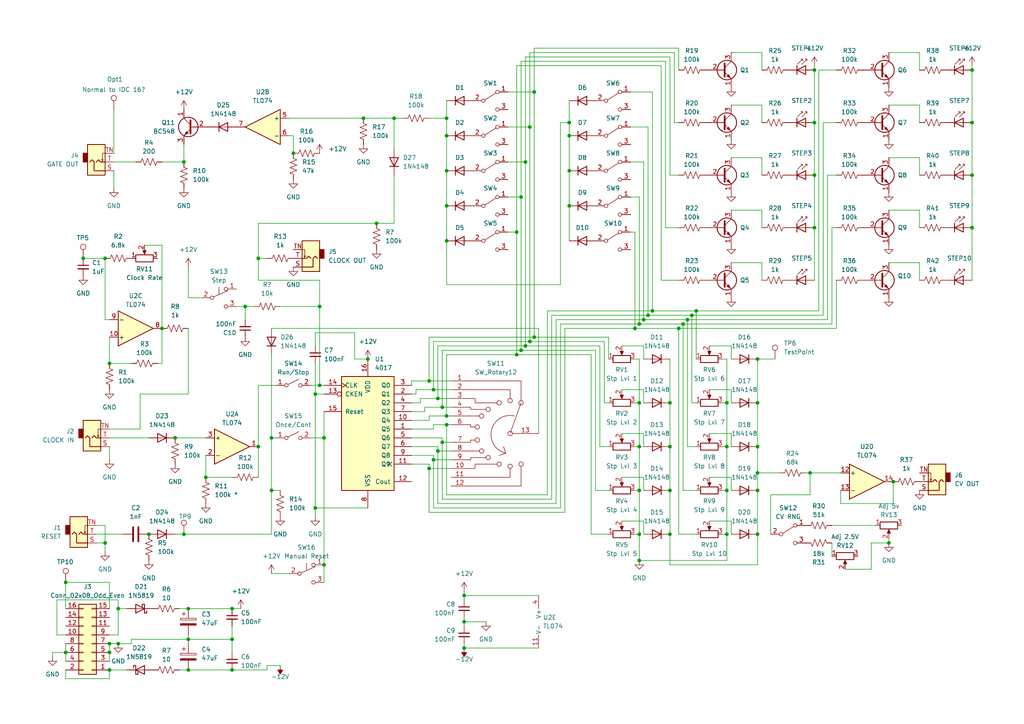
<source format=kicad_sch>
(kicad_sch (version 20211123) (generator eeschema)

  (uuid 0183ccee-e064-4ef2-a2e7-6b862e9a0382)

  (paper "A4")

  (title_block
    (comment 1 "Q1 to Q10: 2N3904")
  )

  

  (junction (at 281.94 20.32) (diameter 0) (color 0 0 0 0)
    (uuid 04409cd8-ac60-409f-855a-26289ea9cab2)
  )
  (junction (at 149.86 67.31) (diameter 0) (color 0 0 0 0)
    (uuid 0465cce1-0c55-4e5e-bfc3-11e867aeab21)
  )
  (junction (at 129.54 49.53) (diameter 0) (color 0 0 0 0)
    (uuid 0545c1d5-8cf3-43fe-a3ad-a3e876cafc05)
  )
  (junction (at 34.29 176.53) (diameter 0) (color 0 0 0 0)
    (uuid 0a591257-640d-4ffa-adc7-e889a7ee0fde)
  )
  (junction (at 129.54 34.29) (diameter 0) (color 0 0 0 0)
    (uuid 0c0b3790-0421-486a-8137-7e20f0a9720a)
  )
  (junction (at 92.71 88.9) (diameter 0) (color 0 0 0 0)
    (uuid 1494e560-8f50-4324-9363-8f7977d593b8)
  )
  (junction (at 219.71 142.24) (diameter 0) (color 0 0 0 0)
    (uuid 1f16cde0-4b57-41af-b788-635dc2b5639e)
  )
  (junction (at 54.61 176.53) (diameter 0) (color 0 0 0 0)
    (uuid 23560ac4-6a04-4fe2-95b7-7b0574433b4d)
  )
  (junction (at 93.98 127) (diameter 0) (color 0 0 0 0)
    (uuid 2379f15d-3a7b-4815-b161-a5ced43f9ef4)
  )
  (junction (at 125.73 133.35) (diameter 0) (color 0 0 0 0)
    (uuid 243970ad-06bf-40e0-ab8f-0b73c576c33e)
  )
  (junction (at 67.31 185.42) (diameter 0) (color 0 0 0 0)
    (uuid 24d1acb6-aa85-4e90-aa50-a0afb178d1d9)
  )
  (junction (at 124.46 110.49) (diameter 0) (color 0 0 0 0)
    (uuid 25f9db9c-35f9-4190-b6ba-df18593dc48d)
  )
  (junction (at 54.61 185.42) (diameter 0) (color 0 0 0 0)
    (uuid 2b005765-75ac-47ee-a7bb-cd240e05a2fa)
  )
  (junction (at 24.13 74.93) (diameter 0) (color 0 0 0 0)
    (uuid 2dce7a4b-1c5a-4813-aba0-39f6d36164f7)
  )
  (junction (at 199.39 92.71) (diameter 0) (color 0 0 0 0)
    (uuid 2e509ea9-b64b-4ea9-b9e3-4f10ec42dc2e)
  )
  (junction (at 127 130.81) (diameter 0) (color 0 0 0 0)
    (uuid 2ef0f0c0-3f06-4fde-932c-329f56d84330)
  )
  (junction (at 67.31 176.53) (diameter 0) (color 0 0 0 0)
    (uuid 328b6499-1f0d-416a-9255-4e1b504fc981)
  )
  (junction (at 53.34 46.99) (diameter 0) (color 0 0 0 0)
    (uuid 348b3e34-04ce-4867-81bc-8c93cc3e8315)
  )
  (junction (at 129.54 39.37) (diameter 0) (color 0 0 0 0)
    (uuid 34b8eedc-b845-4084-b8da-79a4a24a1d53)
  )
  (junction (at 85.09 44.45) (diameter 0) (color 0 0 0 0)
    (uuid 39613a84-4eb6-4dee-b06b-ae21ca83129e)
  )
  (junction (at 128.27 118.11) (diameter 0) (color 0 0 0 0)
    (uuid 3d73a6ed-17e5-4c73-bc9a-09526864cefc)
  )
  (junction (at 50.8 127) (diameter 0) (color 0 0 0 0)
    (uuid 3daab3d6-4668-430b-808e-a69794153e52)
  )
  (junction (at 194.31 142.24) (diameter 0) (color 0 0 0 0)
    (uuid 43486642-a052-4f5a-9f32-2a67b59c5169)
  )
  (junction (at 198.12 93.98) (diameter 0) (color 0 0 0 0)
    (uuid 45b4ed2b-52ba-457f-85be-8cc02165fb7f)
  )
  (junction (at 153.67 36.83) (diameter 0) (color 0 0 0 0)
    (uuid 4dd04eae-1014-4637-a729-d8c9408abe82)
  )
  (junction (at 186.69 92.71) (diameter 0) (color 0 0 0 0)
    (uuid 5426ba63-7d2c-4ee4-b8fd-11181f84f9bb)
  )
  (junction (at 281.94 66.04) (diameter 0) (color 0 0 0 0)
    (uuid 547a61ba-d465-4391-8894-8518545031f9)
  )
  (junction (at 154.94 26.67) (diameter 0) (color 0 0 0 0)
    (uuid 548f195c-7974-44b9-95c1-33a597aec1ff)
  )
  (junction (at 165.1 35.56) (diameter 0) (color 0 0 0 0)
    (uuid 594ccd6a-277f-436b-b45a-308cf613e11d)
  )
  (junction (at 31.75 194.31) (diameter 0) (color 0 0 0 0)
    (uuid 59d80ebf-c408-46df-99f6-8225dd2d451e)
  )
  (junction (at 236.22 66.04) (diameter 0) (color 0 0 0 0)
    (uuid 5c64c1e2-ed90-4f7d-a3b1-2fdf21df3f10)
  )
  (junction (at 236.22 35.56) (diameter 0) (color 0 0 0 0)
    (uuid 5cbfbbc1-25d3-4822-9b82-ec7043237814)
  )
  (junction (at 124.46 135.89) (diameter 0) (color 0 0 0 0)
    (uuid 5e305826-ca3d-4372-9792-f8ca6299da54)
  )
  (junction (at 19.05 189.23) (diameter 0) (color 0 0 0 0)
    (uuid 5e43a13b-7929-4de6-aa7b-c3e0fe9c554a)
  )
  (junction (at 236.22 20.32) (diameter 0) (color 0 0 0 0)
    (uuid 603af5d7-76ea-4695-9d97-0437e9ebe6e3)
  )
  (junction (at 185.42 142.24) (diameter 0) (color 0 0 0 0)
    (uuid 60c1c77e-4032-470f-8a23-f8342dbf262c)
  )
  (junction (at 74.93 129.54) (diameter 0) (color 0 0 0 0)
    (uuid 6121eb66-36ad-41d0-a0af-a0a8c6f542e4)
  )
  (junction (at 34.29 186.69) (diameter 0) (color 0 0 0 0)
    (uuid 63363223-f9a6-41c9-b80e-3a5e16de1dd2)
  )
  (junction (at 127 115.57) (diameter 0) (color 0 0 0 0)
    (uuid 6a65650d-dc31-49f2-a3b8-5d2c23678ff0)
  )
  (junction (at 185.42 116.84) (diameter 0) (color 0 0 0 0)
    (uuid 6a96f4d9-2eff-4ad9-8b68-b10977ad03e2)
  )
  (junction (at 30.48 157.48) (diameter 0) (color 0 0 0 0)
    (uuid 6c5891f7-a9ad-43e1-9816-a6e6f077477e)
  )
  (junction (at 19.05 168.91) (diameter 0) (color 0 0 0 0)
    (uuid 700a5014-b2d4-49b2-bf9b-993a1e71f72d)
  )
  (junction (at 54.61 194.31) (diameter 0) (color 0 0 0 0)
    (uuid 7146ce59-799a-4319-a087-4fa3e22e95df)
  )
  (junction (at 154.94 97.79) (diameter 0) (color 0 0 0 0)
    (uuid 72945729-1443-4cb8-84f1-ee93212df22a)
  )
  (junction (at 236.22 50.8) (diameter 0) (color 0 0 0 0)
    (uuid 72b139db-6b8c-41cf-af1a-d8fe04c63bca)
  )
  (junction (at 78.74 142.24) (diameter 0) (color 0 0 0 0)
    (uuid 72bde15e-7f30-4f91-9d8c-f253d2c703ef)
  )
  (junction (at 59.69 138.43) (diameter 0) (color 0 0 0 0)
    (uuid 738d5e84-0fa9-4738-b1e2-88eedffdd644)
  )
  (junction (at 165.1 39.37) (diameter 0) (color 0 0 0 0)
    (uuid 74f40097-a6e6-4cd1-9ccf-17e90c36eefd)
  )
  (junction (at 129.54 123.19) (diameter 0) (color 0 0 0 0)
    (uuid 75b532e8-75cf-4dc5-8f66-449458494937)
  )
  (junction (at 210.82 116.84) (diameter 0) (color 0 0 0 0)
    (uuid 76579407-00b3-41f5-bf45-e2c42d2c144c)
  )
  (junction (at 194.31 129.54) (diameter 0) (color 0 0 0 0)
    (uuid 7683bb13-bd13-4b8f-b12b-18d4b994597f)
  )
  (junction (at 31.75 189.23) (diameter 0) (color 0 0 0 0)
    (uuid 796cdd9b-9f6f-4fba-a060-e83d39453b75)
  )
  (junction (at 187.96 91.44) (diameter 0) (color 0 0 0 0)
    (uuid 7e971751-0d42-4570-afba-ef0a997a7069)
  )
  (junction (at 153.67 99.06) (diameter 0) (color 0 0 0 0)
    (uuid 7f729421-7eed-4e31-a539-f997ee58b99d)
  )
  (junction (at 92.71 111.76) (diameter 0) (color 0 0 0 0)
    (uuid 80c200f7-ec71-498e-9a08-93411379675a)
  )
  (junction (at 106.68 104.14) (diameter 0) (color 0 0 0 0)
    (uuid 83479bc7-aa90-4b28-97eb-c06f57bf35df)
  )
  (junction (at 152.4 100.33) (diameter 0) (color 0 0 0 0)
    (uuid 86df2021-402f-4970-898e-8aa4b2f15590)
  )
  (junction (at 165.1 59.69) (diameter 0) (color 0 0 0 0)
    (uuid 874a8d07-e984-440b-b1ae-bdf3b673bdcf)
  )
  (junction (at 234.95 137.16) (diameter 0) (color 0 0 0 0)
    (uuid 885bee7c-df80-4763-b201-d1a4f55d58e0)
  )
  (junction (at 129.54 59.69) (diameter 0) (color 0 0 0 0)
    (uuid 888814b1-d91e-4dc9-9d76-4e5a6aa6b3aa)
  )
  (junction (at 129.54 120.65) (diameter 0) (color 0 0 0 0)
    (uuid 88cc0976-f054-46eb-a7ea-3cb34f2c9164)
  )
  (junction (at 91.44 147.32) (diameter 0) (color 0 0 0 0)
    (uuid 8db38434-381b-460f-a636-cef1f8c4b8bf)
  )
  (junction (at 219.71 154.94) (diameter 0) (color 0 0 0 0)
    (uuid 8ef872ae-231a-46e1-83d2-df835c2295e7)
  )
  (junction (at 281.94 35.56) (diameter 0) (color 0 0 0 0)
    (uuid 90107d07-7ee6-490f-b325-9d632fd3cd08)
  )
  (junction (at 257.81 157.48) (diameter 0) (color 0 0 0 0)
    (uuid 912a605f-356f-4a50-bb48-5bda9b060076)
  )
  (junction (at 125.73 113.03) (diameter 0) (color 0 0 0 0)
    (uuid 92d34f5f-b200-45e8-a795-80eb94ab7e2d)
  )
  (junction (at 210.82 129.54) (diameter 0) (color 0 0 0 0)
    (uuid 93ab84c5-510d-4aaf-95b8-adefafcf6278)
  )
  (junction (at 151.13 101.6) (diameter 0) (color 0 0 0 0)
    (uuid 943c81fb-18f7-40c1-8714-86618f2518a7)
  )
  (junction (at 105.41 34.29) (diameter 0) (color 0 0 0 0)
    (uuid 95131708-c900-401c-a293-6581b61c087a)
  )
  (junction (at 43.18 154.94) (diameter 0) (color 0 0 0 0)
    (uuid 96cf0743-7fef-438a-8a7a-8b4af9974211)
  )
  (junction (at 149.86 102.87) (diameter 0) (color 0 0 0 0)
    (uuid 9739852f-ce49-4d41-a13d-fe2e06b579f7)
  )
  (junction (at 31.75 186.69) (diameter 0) (color 0 0 0 0)
    (uuid 99faebab-e1d0-47b6-8d10-147e19486063)
  )
  (junction (at 281.94 50.8) (diameter 0) (color 0 0 0 0)
    (uuid 9d62eda2-e4d9-4627-a2c3-c29f50b5fb2f)
  )
  (junction (at 30.48 74.93) (diameter 0) (color 0 0 0 0)
    (uuid 9e8b19ae-b85c-4ec5-b1ca-1bb1456dc798)
  )
  (junction (at 185.42 162.56) (diameter 0) (color 0 0 0 0)
    (uuid 9edaeedd-6262-4701-84f0-9142488cecab)
  )
  (junction (at 67.31 194.31) (diameter 0) (color 0 0 0 0)
    (uuid a2721ce6-38ac-4407-b0f4-6dbba190869c)
  )
  (junction (at 74.93 74.93) (diameter 0) (color 0 0 0 0)
    (uuid a4afc783-7fd3-441b-993e-4fcfe789ddce)
  )
  (junction (at 185.42 154.94) (diameter 0) (color 0 0 0 0)
    (uuid abe011c8-5558-4254-a816-0406d0e7b0b3)
  )
  (junction (at 219.71 137.16) (diameter 0) (color 0 0 0 0)
    (uuid abe5890e-2af4-4553-ab3e-095ec6d5c781)
  )
  (junction (at 128.27 128.27) (diameter 0) (color 0 0 0 0)
    (uuid ac2160fa-73e5-430a-9594-0b50d1a64803)
  )
  (junction (at 53.34 154.94) (diameter 0) (color 0 0 0 0)
    (uuid acb3fc86-c63c-490c-b513-12d064c61dcc)
  )
  (junction (at 109.22 64.77) (diameter 0) (color 0 0 0 0)
    (uuid aec1076e-c93a-4030-9764-f3712c967662)
  )
  (junction (at 134.62 187.96) (diameter 0) (color 0 0 0 0)
    (uuid aff25507-1e65-4474-a43b-91d9baa522f3)
  )
  (junction (at 91.44 114.3) (diameter 0) (color 0 0 0 0)
    (uuid b1309ddc-e386-4d74-adf2-f6660eabad6e)
  )
  (junction (at 219.71 116.84) (diameter 0) (color 0 0 0 0)
    (uuid b35f0117-4ffc-4845-b6b1-4d3147eed72c)
  )
  (junction (at 184.15 95.25) (diameter 0) (color 0 0 0 0)
    (uuid b8576f5f-2772-4b74-b39d-7847b107325d)
  )
  (junction (at 185.42 129.54) (diameter 0) (color 0 0 0 0)
    (uuid bb80d8f2-7154-457f-85b3-bc34b36cfd9a)
  )
  (junction (at 189.23 90.17) (diameter 0) (color 0 0 0 0)
    (uuid bb941622-cfc5-4edb-bafc-62d4e15593f7)
  )
  (junction (at 134.62 180.34) (diameter 0) (color 0 0 0 0)
    (uuid bd5ebfab-6287-40dc-9355-e9ecb5282670)
  )
  (junction (at 201.93 90.17) (diameter 0) (color 0 0 0 0)
    (uuid be6f49a9-b3c1-4412-abbb-a84f39d641fe)
  )
  (junction (at 114.3 34.29) (diameter 0) (color 0 0 0 0)
    (uuid c1f20c97-8c3a-4c1f-b8ae-a285e0df19fd)
  )
  (junction (at 210.82 154.94) (diameter 0) (color 0 0 0 0)
    (uuid c2fc902b-602f-47d9-96cb-eb99ca5a6a39)
  )
  (junction (at 194.31 154.94) (diameter 0) (color 0 0 0 0)
    (uuid c7949983-f3dc-40fa-826a-06f40ff209d1)
  )
  (junction (at 152.4 46.99) (diameter 0) (color 0 0 0 0)
    (uuid c90d8809-a404-4ab4-9eea-7bd1f9750f50)
  )
  (junction (at 165.1 49.53) (diameter 0) (color 0 0 0 0)
    (uuid cb335e6f-70fe-4777-9d79-8ea287b6f1ab)
  )
  (junction (at 185.42 93.98) (diameter 0) (color 0 0 0 0)
    (uuid d5c55b79-3ce6-46d6-a46b-7cffcbedde96)
  )
  (junction (at 259.08 139.7) (diameter 0) (color 0 0 0 0)
    (uuid d6423517-9ed2-4c3e-ab2a-0a3f27651aed)
  )
  (junction (at 78.74 127) (diameter 0) (color 0 0 0 0)
    (uuid d8c5b40b-9add-4484-90e1-9f0a2b222741)
  )
  (junction (at 134.62 172.72) (diameter 0) (color 0 0 0 0)
    (uuid de4c6abb-ceb2-4068-902d-71b4c5be9802)
  )
  (junction (at 210.82 142.24) (diameter 0) (color 0 0 0 0)
    (uuid de92055b-94d8-458f-b5f7-26d15e69b738)
  )
  (junction (at 93.98 163.83) (diameter 0) (color 0 0 0 0)
    (uuid e04ad313-05d2-43cb-8347-6174acef27bc)
  )
  (junction (at 200.66 91.44) (diameter 0) (color 0 0 0 0)
    (uuid e1e0bfb4-2363-4f13-a3a1-bed4c373c460)
  )
  (junction (at 196.85 95.25) (diameter 0) (color 0 0 0 0)
    (uuid e31e5427-5632-4afa-accd-436a19fc6db7)
  )
  (junction (at 46.99 95.25) (diameter 0) (color 0 0 0 0)
    (uuid e6647efc-c800-4a38-8dc9-53bcbaf0134c)
  )
  (junction (at 151.13 57.15) (diameter 0) (color 0 0 0 0)
    (uuid ea03f2e3-a822-4b71-b29d-4a8d404d561c)
  )
  (junction (at 31.75 105.41) (diameter 0) (color 0 0 0 0)
    (uuid f1c88a5e-c404-4e78-9e53-75e54c52322e)
  )
  (junction (at 219.71 129.54) (diameter 0) (color 0 0 0 0)
    (uuid f40ab3cd-d74f-4ed5-9a0f-10ed44cbe68c)
  )
  (junction (at 219.71 104.14) (diameter 0) (color 0 0 0 0)
    (uuid f67fb7de-8cf8-4f44-8467-98d93aadaf48)
  )
  (junction (at 194.31 116.84) (diameter 0) (color 0 0 0 0)
    (uuid f7bd8324-ce99-43ed-9828-097d6b2d30b7)
  )
  (junction (at 71.12 88.9) (diameter 0) (color 0 0 0 0)
    (uuid fcaf8240-a991-4c82-98ef-996c073c3907)
  )
  (junction (at 129.54 69.85) (diameter 0) (color 0 0 0 0)
    (uuid fe8c19c2-044d-47df-8ae9-943c7eedb79f)
  )

  (no_connect (at 113.03 134.62) (uuid 24bf6cce-fa11-4a1d-89f2-66f7e3242d04))

  (wire (pts (xy 266.7 15.24) (xy 266.7 20.32))
    (stroke (width 0) (type default) (color 0 0 0 0))
    (uuid 00c16e64-cf00-4334-acbc-55381a0d48ab)
  )
  (wire (pts (xy 31.75 168.91) (xy 19.05 168.91))
    (stroke (width 0) (type default) (color 0 0 0 0))
    (uuid 030e737b-7dd4-48cd-83e8-cf50a87ec4fe)
  )
  (wire (pts (xy 129.54 102.87) (xy 129.54 120.65))
    (stroke (width 0) (type default) (color 0 0 0 0))
    (uuid 040c08b7-8619-4363-b0c0-a3c89b9fe9fa)
  )
  (wire (pts (xy 220.98 60.96) (xy 220.98 66.04))
    (stroke (width 0) (type default) (color 0 0 0 0))
    (uuid 04d5d949-d504-41df-a482-2f952cf84e9a)
  )
  (wire (pts (xy 266.7 76.2) (xy 266.7 81.28))
    (stroke (width 0) (type default) (color 0 0 0 0))
    (uuid 063e9571-37e4-4ce1-82ca-e468fac0a01e)
  )
  (wire (pts (xy 187.96 91.44) (xy 200.66 91.44))
    (stroke (width 0) (type default) (color 0 0 0 0))
    (uuid 06808c9b-5ce6-4545-93f7-a67567da4bdd)
  )
  (wire (pts (xy 212.09 138.43) (xy 205.74 138.43))
    (stroke (width 0) (type default) (color 0 0 0 0))
    (uuid 06f0abdf-8e14-4d93-a747-a90bbceed4e0)
  )
  (wire (pts (xy 31.75 124.46) (xy 40.64 124.46))
    (stroke (width 0) (type default) (color 0 0 0 0))
    (uuid 07ea6678-fbbf-47fc-b043-37e10a4165db)
  )
  (wire (pts (xy 83.82 34.29) (xy 105.41 34.29))
    (stroke (width 0) (type default) (color 0 0 0 0))
    (uuid 09117d6b-3ba7-4e9f-8d71-199bb4d321a3)
  )
  (wire (pts (xy 180.34 100.33) (xy 186.69 100.33))
    (stroke (width 0) (type default) (color 0 0 0 0))
    (uuid 098a8db1-4e79-4cc7-b7d3-c7f052fd7d67)
  )
  (wire (pts (xy 198.12 93.98) (xy 241.3 93.98))
    (stroke (width 0) (type default) (color 0 0 0 0))
    (uuid 0a5ed7fc-5587-4386-a068-e4b9607492f9)
  )
  (wire (pts (xy 163.83 148.59) (xy 163.83 95.25))
    (stroke (width 0) (type default) (color 0 0 0 0))
    (uuid 0b07f73d-2d6d-40ad-8fbc-b56d2762406b)
  )
  (wire (pts (xy 175.26 116.84) (xy 176.53 116.84))
    (stroke (width 0) (type default) (color 0 0 0 0))
    (uuid 0d2cbd8f-e182-485f-b0aa-0bcb88313e0d)
  )
  (wire (pts (xy 149.86 67.31) (xy 149.86 102.87))
    (stroke (width 0) (type default) (color 0 0 0 0))
    (uuid 0f1734ee-cd02-4d41-9fbf-6617974ac5d4)
  )
  (wire (pts (xy 209.55 154.94) (xy 210.82 154.94))
    (stroke (width 0) (type default) (color 0 0 0 0))
    (uuid 0f5f0a99-a8e0-4a22-b15e-cb5611f26383)
  )
  (wire (pts (xy 71.12 88.9) (xy 71.12 92.71))
    (stroke (width 0) (type default) (color 0 0 0 0))
    (uuid 0f8c8f4a-8fdb-4b06-8802-5f897d0b1b76)
  )
  (wire (pts (xy 31.75 194.31) (xy 36.83 194.31))
    (stroke (width 0) (type default) (color 0 0 0 0))
    (uuid 0f8dd740-fdcc-4317-89c4-b9db47e391af)
  )
  (wire (pts (xy 223.52 154.94) (xy 223.52 143.51))
    (stroke (width 0) (type default) (color 0 0 0 0))
    (uuid 106d3330-79e1-485c-b84b-fb3a48f7c730)
  )
  (wire (pts (xy 74.93 81.28) (xy 92.71 81.28))
    (stroke (width 0) (type default) (color 0 0 0 0))
    (uuid 1129d24d-ff3c-4b75-9181-a8443f29bf35)
  )
  (wire (pts (xy 219.71 137.16) (xy 219.71 142.24))
    (stroke (width 0) (type default) (color 0 0 0 0))
    (uuid 112fb9a1-91f9-4e58-8def-78debf9a7be2)
  )
  (wire (pts (xy 119.38 121.92) (xy 124.46 121.92))
    (stroke (width 0) (type default) (color 0 0 0 0))
    (uuid 13046eb0-59a1-4cbe-9e1c-0df6525dae05)
  )
  (wire (pts (xy 194.31 104.14) (xy 194.31 116.84))
    (stroke (width 0) (type default) (color 0 0 0 0))
    (uuid 1361fa46-9c97-4e5b-9ce3-a8e351407360)
  )
  (wire (pts (xy 185.42 116.84) (xy 185.42 129.54))
    (stroke (width 0) (type default) (color 0 0 0 0))
    (uuid 1440e432-df35-4bee-8b14-a2c1edd8f1a7)
  )
  (wire (pts (xy 78.74 142.24) (xy 78.74 154.94))
    (stroke (width 0) (type default) (color 0 0 0 0))
    (uuid 14c60ed3-1586-4b8e-a46b-49661afa71ae)
  )
  (wire (pts (xy 281.94 35.56) (xy 281.94 50.8))
    (stroke (width 0) (type default) (color 0 0 0 0))
    (uuid 14d7f98c-d5b5-43c9-a921-5c34c8b82714)
  )
  (wire (pts (xy 196.85 81.28) (xy 191.77 81.28))
    (stroke (width 0) (type default) (color 0 0 0 0))
    (uuid 15ec230e-505a-4acc-82a6-0e51e2ff84c6)
  )
  (wire (pts (xy 124.46 34.29) (xy 129.54 34.29))
    (stroke (width 0) (type default) (color 0 0 0 0))
    (uuid 15fd1e2e-ac21-49cc-919f-07972f8bf5dc)
  )
  (wire (pts (xy 27.94 152.4) (xy 30.48 152.4))
    (stroke (width 0) (type default) (color 0 0 0 0))
    (uuid 1620e74a-1532-4bab-a6a0-7c4403010311)
  )
  (wire (pts (xy 220.98 76.2) (xy 220.98 81.28))
    (stroke (width 0) (type default) (color 0 0 0 0))
    (uuid 17a13294-042c-43c9-8ded-148b1e9d71f7)
  )
  (wire (pts (xy 46.99 71.12) (xy 46.99 95.25))
    (stroke (width 0) (type default) (color 0 0 0 0))
    (uuid 18e51b51-6028-4929-b813-8c0f43abe650)
  )
  (wire (pts (xy 194.31 154.94) (xy 194.31 163.83))
    (stroke (width 0) (type default) (color 0 0 0 0))
    (uuid 1999dcc9-061f-4922-831c-0758fc87d49f)
  )
  (wire (pts (xy 194.31 129.54) (xy 194.31 142.24))
    (stroke (width 0) (type default) (color 0 0 0 0))
    (uuid 1a800bfd-a0ca-4bb2-9a47-5fcf6236fee7)
  )
  (wire (pts (xy 24.13 74.93) (xy 30.48 74.93))
    (stroke (width 0) (type default) (color 0 0 0 0))
    (uuid 1b61b2be-e523-4af5-b41e-835c62fcc0ec)
  )
  (wire (pts (xy 184.15 142.24) (xy 185.42 142.24))
    (stroke (width 0) (type default) (color 0 0 0 0))
    (uuid 1c5145b4-2577-4032-a680-0c675a556095)
  )
  (wire (pts (xy 171.45 102.87) (xy 171.45 154.94))
    (stroke (width 0) (type default) (color 0 0 0 0))
    (uuid 1cdf5679-3d77-4ae5-90df-15c79204965e)
  )
  (wire (pts (xy 78.74 102.87) (xy 78.74 127))
    (stroke (width 0) (type default) (color 0 0 0 0))
    (uuid 1dadf322-4255-4fff-b6c4-24b903584ebc)
  )
  (wire (pts (xy 128.27 128.27) (xy 128.27 144.78))
    (stroke (width 0) (type default) (color 0 0 0 0))
    (uuid 1f5fb3d2-62bc-425b-aacc-eff4b3355b08)
  )
  (wire (pts (xy 212.09 113.03) (xy 205.74 113.03))
    (stroke (width 0) (type default) (color 0 0 0 0))
    (uuid 2018ae83-008c-480e-8524-19a305e3dc7a)
  )
  (wire (pts (xy 205.74 100.33) (xy 212.09 100.33))
    (stroke (width 0) (type default) (color 0 0 0 0))
    (uuid 2103bc5c-5a9a-4fb5-8d2b-abab57fcedd8)
  )
  (wire (pts (xy 212.09 60.96) (xy 220.98 60.96))
    (stroke (width 0) (type default) (color 0 0 0 0))
    (uuid 2142e024-aecd-49ce-bac7-fc724e41183e)
  )
  (wire (pts (xy 153.67 36.83) (xy 153.67 99.06))
    (stroke (width 0) (type default) (color 0 0 0 0))
    (uuid 21ae1422-9ebc-437c-98fd-8cdbba2308f9)
  )
  (wire (pts (xy 125.73 124.46) (xy 125.73 123.19))
    (stroke (width 0) (type default) (color 0 0 0 0))
    (uuid 22b29138-8d4c-4cf4-b892-8f82fd36b4be)
  )
  (wire (pts (xy 189.23 26.67) (xy 189.23 90.17))
    (stroke (width 0) (type default) (color 0 0 0 0))
    (uuid 2332c493-abf4-434c-9cd9-6c2a7f84f621)
  )
  (wire (pts (xy 234.95 137.16) (xy 243.84 137.16))
    (stroke (width 0) (type default) (color 0 0 0 0))
    (uuid 234e793e-5dcd-4dcf-a459-9fc855f82151)
  )
  (wire (pts (xy 114.3 34.29) (xy 116.84 34.29))
    (stroke (width 0) (type default) (color 0 0 0 0))
    (uuid 2368f055-684a-4786-8700-0613b773379a)
  )
  (wire (pts (xy 123.19 119.38) (xy 123.19 118.11))
    (stroke (width 0) (type default) (color 0 0 0 0))
    (uuid 2402964b-e1a0-4e4f-88a2-3fcfd0f241e9)
  )
  (wire (pts (xy 129.54 39.37) (xy 129.54 49.53))
    (stroke (width 0) (type default) (color 0 0 0 0))
    (uuid 25d7964b-e992-445e-b449-f1fd33f6520d)
  )
  (wire (pts (xy 130.81 130.81) (xy 127 130.81))
    (stroke (width 0) (type default) (color 0 0 0 0))
    (uuid 25f1a8c9-4ddc-4b07-8058-473337c0d386)
  )
  (wire (pts (xy 121.92 116.84) (xy 121.92 115.57))
    (stroke (width 0) (type default) (color 0 0 0 0))
    (uuid 2617168f-357c-465d-8a7c-f0f085ebe093)
  )
  (wire (pts (xy 152.4 16.51) (xy 152.4 46.99))
    (stroke (width 0) (type default) (color 0 0 0 0))
    (uuid 2669e2c1-d335-421d-acc7-c7d0e94f8927)
  )
  (wire (pts (xy 193.04 17.78) (xy 151.13 17.78))
    (stroke (width 0) (type default) (color 0 0 0 0))
    (uuid 268ae26d-f9f5-41e2-87bd-9c52ffca2778)
  )
  (wire (pts (xy 186.69 46.99) (xy 186.69 92.71))
    (stroke (width 0) (type default) (color 0 0 0 0))
    (uuid 268eebfc-73cd-48c7-8953-59b12b088368)
  )
  (wire (pts (xy 172.72 101.6) (xy 172.72 142.24))
    (stroke (width 0) (type default) (color 0 0 0 0))
    (uuid 26adc095-0dbe-49ad-bfc5-d5a3d0284ac5)
  )
  (wire (pts (xy 241.3 152.4) (xy 254 152.4))
    (stroke (width 0) (type default) (color 0 0 0 0))
    (uuid 26f6eb3f-897c-49ad-bd37-23370e7adbac)
  )
  (wire (pts (xy 34.29 173.99) (xy 34.29 176.53))
    (stroke (width 0) (type default) (color 0 0 0 0))
    (uuid 274e1a15-558c-455d-8481-5dcf1d901791)
  )
  (wire (pts (xy 31.75 186.69) (xy 34.29 186.69))
    (stroke (width 0) (type default) (color 0 0 0 0))
    (uuid 28a6d574-2dfb-4694-960a-8299a295dd90)
  )
  (wire (pts (xy 212.09 15.24) (xy 220.98 15.24))
    (stroke (width 0) (type default) (color 0 0 0 0))
    (uuid 28ff35d7-0b0a-41d5-8ae1-1afd59c15233)
  )
  (wire (pts (xy 134.62 187.96) (xy 156.21 187.96))
    (stroke (width 0) (type default) (color 0 0 0 0))
    (uuid 29f063d7-5514-418f-9065-2f126a991b6a)
  )
  (wire (pts (xy 124.46 134.62) (xy 124.46 135.89))
    (stroke (width 0) (type default) (color 0 0 0 0))
    (uuid 2a49ec9d-2e95-484e-a388-0cd3d1738668)
  )
  (wire (pts (xy 266.7 30.48) (xy 266.7 35.56))
    (stroke (width 0) (type default) (color 0 0 0 0))
    (uuid 2c4d4887-1b89-421a-9a17-303e4b6b6e04)
  )
  (wire (pts (xy 180.34 151.13) (xy 186.69 151.13))
    (stroke (width 0) (type default) (color 0 0 0 0))
    (uuid 2c4f2eee-d157-48cc-a535-33eab9259d53)
  )
  (wire (pts (xy 124.46 135.89) (xy 124.46 148.59))
    (stroke (width 0) (type default) (color 0 0 0 0))
    (uuid 2cf0a9b6-feb9-4df6-b6bc-12a2eeff6cbf)
  )
  (wire (pts (xy 219.71 142.24) (xy 219.71 154.94))
    (stroke (width 0) (type default) (color 0 0 0 0))
    (uuid 2de11bca-c98c-4cfb-88f1-7f9c6ba044db)
  )
  (wire (pts (xy 257.81 60.96) (xy 266.7 60.96))
    (stroke (width 0) (type default) (color 0 0 0 0))
    (uuid 2de13f4b-5e00-4f98-9c6d-73d97ede169a)
  )
  (wire (pts (xy 163.83 95.25) (xy 184.15 95.25))
    (stroke (width 0) (type default) (color 0 0 0 0))
    (uuid 2e64a10f-7be9-4734-ae88-875592d947d4)
  )
  (wire (pts (xy 128.27 101.6) (xy 151.13 101.6))
    (stroke (width 0) (type default) (color 0 0 0 0))
    (uuid 2eb43f0c-296b-4ca8-9545-f068d06b7003)
  )
  (wire (pts (xy 16.51 173.99) (xy 34.29 173.99))
    (stroke (width 0) (type default) (color 0 0 0 0))
    (uuid 2f8d7545-fa11-4358-b041-1919a39a1c35)
  )
  (wire (pts (xy 125.73 113.03) (xy 130.81 113.03))
    (stroke (width 0) (type default) (color 0 0 0 0))
    (uuid 30a3960d-d60b-4226-82f3-24bedc3a5cdc)
  )
  (wire (pts (xy 33.02 31.75) (xy 33.02 44.45))
    (stroke (width 0) (type default) (color 0 0 0 0))
    (uuid 3239b486-4c3a-4d0d-9fe1-b79467e904e8)
  )
  (wire (pts (xy 50.8 127) (xy 59.69 127))
    (stroke (width 0) (type default) (color 0 0 0 0))
    (uuid 32d6076f-41bf-4c92-b2ef-ba362090bf95)
  )
  (wire (pts (xy 129.54 29.21) (xy 129.54 34.29))
    (stroke (width 0) (type default) (color 0 0 0 0))
    (uuid 33eb3768-60ce-4c6b-b7d2-d14726d0b3a4)
  )
  (wire (pts (xy 31.75 92.71) (xy 30.48 92.71))
    (stroke (width 0) (type default) (color 0 0 0 0))
    (uuid 346a2329-0139-448c-adbc-5c52f0e0b300)
  )
  (wire (pts (xy 257.81 156.21) (xy 257.81 157.48))
    (stroke (width 0) (type default) (color 0 0 0 0))
    (uuid 34786f5b-90e8-42ff-a423-ab08e39c1f79)
  )
  (wire (pts (xy 52.07 176.53) (xy 54.61 176.53))
    (stroke (width 0) (type default) (color 0 0 0 0))
    (uuid 3493aaa3-a485-4eb4-8482-70eb607ff9f2)
  )
  (wire (pts (xy 219.71 104.14) (xy 219.71 116.84))
    (stroke (width 0) (type default) (color 0 0 0 0))
    (uuid 34987e7d-1211-4776-bf45-b8d8a02b0058)
  )
  (wire (pts (xy 238.76 35.56) (xy 242.57 35.56))
    (stroke (width 0) (type default) (color 0 0 0 0))
    (uuid 3540ec8d-5eb3-4afc-936e-37011f7ace91)
  )
  (wire (pts (xy 119.38 124.46) (xy 125.73 124.46))
    (stroke (width 0) (type default) (color 0 0 0 0))
    (uuid 35780220-eafc-4d41-b61b-81d82b175070)
  )
  (wire (pts (xy 173.99 100.33) (xy 173.99 129.54))
    (stroke (width 0) (type default) (color 0 0 0 0))
    (uuid 3692ac6e-af22-4564-936d-af8fe0da8f6a)
  )
  (wire (pts (xy 67.31 185.42) (xy 67.31 189.23))
    (stroke (width 0) (type default) (color 0 0 0 0))
    (uuid 36b60918-131f-4685-b6c3-c67275af1c29)
  )
  (wire (pts (xy 53.34 154.94) (xy 78.74 154.94))
    (stroke (width 0) (type default) (color 0 0 0 0))
    (uuid 373d3a34-f28f-492f-9664-85fc29426925)
  )
  (wire (pts (xy 129.54 69.85) (xy 129.54 82.55))
    (stroke (width 0) (type default) (color 0 0 0 0))
    (uuid 37b2b507-632c-4bdf-a7b7-eb8f6a7db69b)
  )
  (wire (pts (xy 185.42 154.94) (xy 184.15 154.94))
    (stroke (width 0) (type default) (color 0 0 0 0))
    (uuid 37ba68b3-a9a5-4022-8315-9f3a13dbe4c8)
  )
  (wire (pts (xy 149.86 19.05) (xy 149.86 67.31))
    (stroke (width 0) (type default) (color 0 0 0 0))
    (uuid 3827a44f-0207-4017-904e-4ea8d42ac09d)
  )
  (wire (pts (xy 219.71 137.16) (xy 226.06 137.16))
    (stroke (width 0) (type default) (color 0 0 0 0))
    (uuid 3a4ba8df-6f5a-494a-9e99-729d89e97c70)
  )
  (wire (pts (xy 34.29 176.53) (xy 34.29 184.15))
    (stroke (width 0) (type default) (color 0 0 0 0))
    (uuid 3a841f4a-12a3-455a-8f61-14878e0ec4b2)
  )
  (wire (pts (xy 220.98 45.72) (xy 220.98 50.8))
    (stroke (width 0) (type default) (color 0 0 0 0))
    (uuid 3aa2979d-9cbd-4563-91b0-5014ec806b14)
  )
  (wire (pts (xy 119.38 119.38) (xy 123.19 119.38))
    (stroke (width 0) (type default) (color 0 0 0 0))
    (uuid 3b0b5ce1-a5ca-4213-87cc-53d867781a86)
  )
  (wire (pts (xy 182.88 67.31) (xy 184.15 67.31))
    (stroke (width 0) (type default) (color 0 0 0 0))
    (uuid 3b9de29c-306c-4ecc-b6b0-a788d4749c36)
  )
  (wire (pts (xy 236.22 50.8) (xy 236.22 66.04))
    (stroke (width 0) (type default) (color 0 0 0 0))
    (uuid 3bf0b348-d547-4646-ab2b-9e3a4471f213)
  )
  (wire (pts (xy 90.17 127) (xy 93.98 127))
    (stroke (width 0) (type default) (color 0 0 0 0))
    (uuid 3c852b6c-7211-4643-9504-81381dffe675)
  )
  (wire (pts (xy 242.57 50.8) (xy 240.03 50.8))
    (stroke (width 0) (type default) (color 0 0 0 0))
    (uuid 3d64a7f4-4198-40b9-b2a4-11d17061f755)
  )
  (wire (pts (xy 59.69 132.08) (xy 59.69 138.43))
    (stroke (width 0) (type default) (color 0 0 0 0))
    (uuid 3e4827ad-eb8c-4ceb-b8ba-3ce0c2a0074d)
  )
  (wire (pts (xy 124.46 110.49) (xy 130.81 110.49))
    (stroke (width 0) (type default) (color 0 0 0 0))
    (uuid 3f4631b9-44bb-48e0-bc9a-f18c0cf5b829)
  )
  (wire (pts (xy 191.77 81.28) (xy 191.77 19.05))
    (stroke (width 0) (type default) (color 0 0 0 0))
    (uuid 4044bfc9-09e9-4200-916c-7bb30e521f63)
  )
  (wire (pts (xy 196.85 95.25) (xy 242.57 95.25))
    (stroke (width 0) (type default) (color 0 0 0 0))
    (uuid 40963da9-31e9-4454-a2a3-cd8b916d157a)
  )
  (wire (pts (xy 93.98 114.3) (xy 91.44 114.3))
    (stroke (width 0) (type default) (color 0 0 0 0))
    (uuid 40981465-d150-4c37-8461-01b26a6b21e5)
  )
  (wire (pts (xy 78.74 127) (xy 80.01 127))
    (stroke (width 0) (type default) (color 0 0 0 0))
    (uuid 40af3ebe-7c97-4674-8ac3-bddf0fe2c41d)
  )
  (wire (pts (xy 196.85 66.04) (xy 193.04 66.04))
    (stroke (width 0) (type default) (color 0 0 0 0))
    (uuid 412c6ed0-e4c6-48ea-8b3d-69a1a7c7eaf4)
  )
  (wire (pts (xy 212.09 125.73) (xy 212.09 129.54))
    (stroke (width 0) (type default) (color 0 0 0 0))
    (uuid 413e63bf-4764-4edc-b09b-f88504efc4eb)
  )
  (wire (pts (xy 81.28 88.9) (xy 92.71 88.9))
    (stroke (width 0) (type default) (color 0 0 0 0))
    (uuid 41e22ec5-1f87-44bf-8f30-ebacb92c36ff)
  )
  (wire (pts (xy 125.73 123.19) (xy 129.54 123.19))
    (stroke (width 0) (type default) (color 0 0 0 0))
    (uuid 430a99eb-64c2-4da7-b514-d8e8e212168b)
  )
  (wire (pts (xy 185.42 162.56) (xy 210.82 162.56))
    (stroke (width 0) (type default) (color 0 0 0 0))
    (uuid 430e2a79-226f-4055-9fcb-6206d6c42e22)
  )
  (wire (pts (xy 219.71 104.14) (xy 224.79 104.14))
    (stroke (width 0) (type default) (color 0 0 0 0))
    (uuid 43c69164-aad2-4393-82e2-5febdf756a6c)
  )
  (wire (pts (xy 162.56 93.98) (xy 185.42 93.98))
    (stroke (width 0) (type default) (color 0 0 0 0))
    (uuid 4408faaa-f20d-459f-a499-a45221e0dc16)
  )
  (wire (pts (xy 67.31 181.61) (xy 67.31 185.42))
    (stroke (width 0) (type default) (color 0 0 0 0))
    (uuid 44342498-eedd-4c58-81d0-41b0f8b6d43b)
  )
  (wire (pts (xy 93.98 163.83) (xy 93.98 168.91))
    (stroke (width 0) (type default) (color 0 0 0 0))
    (uuid 44d02028-fb90-48d0-8d60-1611cd27c360)
  )
  (wire (pts (xy 241.3 93.98) (xy 241.3 66.04))
    (stroke (width 0) (type default) (color 0 0 0 0))
    (uuid 45343125-769b-4cd5-a878-fe049bccbd2b)
  )
  (wire (pts (xy 156.21 172.72) (xy 134.62 172.72))
    (stroke (width 0) (type default) (color 0 0 0 0))
    (uuid 46f35bdb-94ba-4ebc-b509-d026c5bd6084)
  )
  (wire (pts (xy 161.29 92.71) (xy 186.69 92.71))
    (stroke (width 0) (type default) (color 0 0 0 0))
    (uuid 47067c1e-70db-4a94-b83f-e17caccbbb7a)
  )
  (wire (pts (xy 129.54 123.19) (xy 129.54 143.51))
    (stroke (width 0) (type default) (color 0 0 0 0))
    (uuid 47f6c29c-45d9-4432-8725-fefa94223901)
  )
  (wire (pts (xy 156.21 125.73) (xy 156.21 95.25))
    (stroke (width 0) (type default) (color 0 0 0 0))
    (uuid 480b3ba3-8568-471a-9b2c-c0c9636b8422)
  )
  (wire (pts (xy 74.93 111.76) (xy 74.93 129.54))
    (stroke (width 0) (type default) (color 0 0 0 0))
    (uuid 48799663-5c58-4e42-a427-2bd01e79a77d)
  )
  (wire (pts (xy 184.15 95.25) (xy 196.85 95.25))
    (stroke (width 0) (type default) (color 0 0 0 0))
    (uuid 4a780850-67d2-4f3d-9494-3a61509e1004)
  )
  (wire (pts (xy 53.34 41.91) (xy 53.34 46.99))
    (stroke (width 0) (type default) (color 0 0 0 0))
    (uuid 4aa54a5e-12c8-4989-96a3-bc80af389261)
  )
  (wire (pts (xy 134.62 172.72) (xy 134.62 173.99))
    (stroke (width 0) (type default) (color 0 0 0 0))
    (uuid 4b10eaa4-1c5e-4289-96f5-133ff1ccfbea)
  )
  (wire (pts (xy 233.68 137.16) (xy 234.95 137.16))
    (stroke (width 0) (type default) (color 0 0 0 0))
    (uuid 4b306af8-d7fb-4dc5-9479-2af405f744cd)
  )
  (wire (pts (xy 78.74 142.24) (xy 81.28 142.24))
    (stroke (width 0) (type default) (color 0 0 0 0))
    (uuid 4c428999-6456-4319-a459-e0195c607923)
  )
  (wire (pts (xy 209.55 116.84) (xy 210.82 116.84))
    (stroke (width 0) (type default) (color 0 0 0 0))
    (uuid 4d4a1d61-072f-43f9-9035-157f7524f56a)
  )
  (wire (pts (xy 171.45 154.94) (xy 176.53 154.94))
    (stroke (width 0) (type default) (color 0 0 0 0))
    (uuid 4dd44334-a207-4e5c-ab36-94361a2e0c6c)
  )
  (wire (pts (xy 34.29 176.53) (xy 36.83 176.53))
    (stroke (width 0) (type default) (color 0 0 0 0))
    (uuid 4e75c645-d002-4841-b473-8383194bc810)
  )
  (wire (pts (xy 184.15 67.31) (xy 184.15 95.25))
    (stroke (width 0) (type default) (color 0 0 0 0))
    (uuid 5053c081-4f49-476b-90a5-a9ea039143fd)
  )
  (wire (pts (xy 106.68 147.32) (xy 91.44 147.32))
    (stroke (width 0) (type default) (color 0 0 0 0))
    (uuid 50620f1c-0583-4624-8615-f1299b7e3bde)
  )
  (wire (pts (xy 182.88 26.67) (xy 189.23 26.67))
    (stroke (width 0) (type default) (color 0 0 0 0))
    (uuid 520dee8a-dfb6-4034-9f3a-50f79c308bbc)
  )
  (wire (pts (xy 195.58 15.24) (xy 153.67 15.24))
    (stroke (width 0) (type default) (color 0 0 0 0))
    (uuid 5331eb0b-4251-44f6-a4d3-8d4f1574af57)
  )
  (wire (pts (xy 19.05 168.91) (xy 19.05 176.53))
    (stroke (width 0) (type default) (color 0 0 0 0))
    (uuid 5393aba1-e235-49f4-aa78-815e8e5ac997)
  )
  (wire (pts (xy 124.46 97.79) (xy 154.94 97.79))
    (stroke (width 0) (type default) (color 0 0 0 0))
    (uuid 5396bb42-62d0-4e40-a5c9-49addd19f259)
  )
  (wire (pts (xy 185.42 104.14) (xy 185.42 116.84))
    (stroke (width 0) (type default) (color 0 0 0 0))
    (uuid 53eb8257-0727-4d61-855a-887a35a68362)
  )
  (wire (pts (xy 201.93 116.84) (xy 200.66 116.84))
    (stroke (width 0) (type default) (color 0 0 0 0))
    (uuid 5476534f-073d-471d-832e-718c1e9ef94b)
  )
  (wire (pts (xy 219.71 154.94) (xy 219.71 163.83))
    (stroke (width 0) (type default) (color 0 0 0 0))
    (uuid 54c68f37-55cf-44b8-8cc6-6ea2c5deafd2)
  )
  (wire (pts (xy 119.38 110.49) (xy 124.46 110.49))
    (stroke (width 0) (type default) (color 0 0 0 0))
    (uuid 54d17e86-300d-4ffe-9a61-0a7325e8a8a0)
  )
  (wire (pts (xy 19.05 194.31) (xy 19.05 196.85))
    (stroke (width 0) (type default) (color 0 0 0 0))
    (uuid 55e42784-f252-4b1b-bfff-91ae29ddb431)
  )
  (wire (pts (xy 162.56 147.32) (xy 162.56 93.98))
    (stroke (width 0) (type default) (color 0 0 0 0))
    (uuid 57fbea3c-4fa3-4ddf-95bb-a65ff7d49450)
  )
  (wire (pts (xy 128.27 101.6) (xy 128.27 118.11))
    (stroke (width 0) (type default) (color 0 0 0 0))
    (uuid 5811348b-e491-4bb6-9703-02cacbefb1fe)
  )
  (wire (pts (xy 147.32 26.67) (xy 154.94 26.67))
    (stroke (width 0) (type default) (color 0 0 0 0))
    (uuid 5860cc45-e3b8-473f-a614-106b7a4cf3a3)
  )
  (wire (pts (xy 127 115.57) (xy 130.81 115.57))
    (stroke (width 0) (type default) (color 0 0 0 0))
    (uuid 589525c1-435d-47e5-9b1f-0302cbbcca7e)
  )
  (wire (pts (xy 195.58 35.56) (xy 195.58 15.24))
    (stroke (width 0) (type default) (color 0 0 0 0))
    (uuid 596efc1a-d8ef-4086-8ce8-e68609822e23)
  )
  (wire (pts (xy 15.24 189.23) (xy 15.24 190.5))
    (stroke (width 0) (type default) (color 0 0 0 0))
    (uuid 597ad670-0739-49d5-bb81-c5ee6fad2f3c)
  )
  (wire (pts (xy 129.54 120.65) (xy 130.81 120.65))
    (stroke (width 0) (type default) (color 0 0 0 0))
    (uuid 5a35d2e2-c751-4bf4-9084-d701ca5d420c)
  )
  (wire (pts (xy 245.11 165.1) (xy 252.73 165.1))
    (stroke (width 0) (type default) (color 0 0 0 0))
    (uuid 5a466bf8-8403-47a9-bb38-80d991757161)
  )
  (wire (pts (xy 165.1 29.21) (xy 165.1 35.56))
    (stroke (width 0) (type default) (color 0 0 0 0))
    (uuid 5c52b488-7953-4c99-9bba-9a5913763677)
  )
  (wire (pts (xy 199.39 92.71) (xy 240.03 92.71))
    (stroke (width 0) (type default) (color 0 0 0 0))
    (uuid 5c5f78f3-393e-4d25-b937-a04b234b0ce7)
  )
  (wire (pts (xy 201.93 104.14) (xy 201.93 90.17))
    (stroke (width 0) (type default) (color 0 0 0 0))
    (uuid 5caf3eb9-4849-49a6-8b4a-3bc32795daf8)
  )
  (wire (pts (xy 92.71 88.9) (xy 92.71 111.76))
    (stroke (width 0) (type default) (color 0 0 0 0))
    (uuid 5fed7ca1-feab-4a27-86b2-9d8d009e28cc)
  )
  (wire (pts (xy 201.93 129.54) (xy 199.39 129.54))
    (stroke (width 0) (type default) (color 0 0 0 0))
    (uuid 600e0fe3-2ba4-4b41-92a9-65cd6252749d)
  )
  (wire (pts (xy 54.61 185.42) (xy 54.61 186.69))
    (stroke (width 0) (type default) (color 0 0 0 0))
    (uuid 6127fd5b-464c-467e-82d3-ed00bce50d87)
  )
  (wire (pts (xy 160.02 91.44) (xy 187.96 91.44))
    (stroke (width 0) (type default) (color 0 0 0 0))
    (uuid 61911d05-6cb9-407d-9828-d802958fbb0c)
  )
  (wire (pts (xy 196.85 13.97) (xy 154.94 13.97))
    (stroke (width 0) (type default) (color 0 0 0 0))
    (uuid 61b4629b-fc66-448d-85b3-0f771f52b46d)
  )
  (wire (pts (xy 129.54 102.87) (xy 149.86 102.87))
    (stroke (width 0) (type default) (color 0 0 0 0))
    (uuid 626e1966-3001-46a4-9d2a-585e5ef9bb85)
  )
  (wire (pts (xy 53.34 46.99) (xy 46.99 46.99))
    (stroke (width 0) (type default) (color 0 0 0 0))
    (uuid 6300d023-3aad-4f1f-b7e1-276a6ba5ff8b)
  )
  (wire (pts (xy 129.54 123.19) (xy 130.81 123.19))
    (stroke (width 0) (type default) (color 0 0 0 0))
    (uuid 631b6451-2a44-4666-875f-7471bf5a8a27)
  )
  (wire (pts (xy 19.05 184.15) (xy 16.51 184.15))
    (stroke (width 0) (type default) (color 0 0 0 0))
    (uuid 637aea41-1896-493e-9599-fc316ee0dace)
  )
  (wire (pts (xy 128.27 127) (xy 128.27 128.27))
    (stroke (width 0) (type default) (color 0 0 0 0))
    (uuid 6428d2ed-91e5-4634-82f2-84e0af313fb3)
  )
  (wire (pts (xy 182.88 57.15) (xy 185.42 57.15))
    (stroke (width 0) (type default) (color 0 0 0 0))
    (uuid 648b5b60-166f-4e51-a8d3-7cfe2fe73ad0)
  )
  (wire (pts (xy 19.05 189.23) (xy 15.24 189.23))
    (stroke (width 0) (type default) (color 0 0 0 0))
    (uuid 64be9f68-5d7d-414d-a995-e6784f02fed1)
  )
  (wire (pts (xy 234.95 137.16) (xy 234.95 143.51))
    (stroke (width 0) (type default) (color 0 0 0 0))
    (uuid 64f8a5ab-dcdb-44f3-90cf-bf6342a982e3)
  )
  (wire (pts (xy 54.61 77.47) (xy 54.61 86.36))
    (stroke (width 0) (type default) (color 0 0 0 0))
    (uuid 6517acc8-c651-445e-b719-1e75eed10cf5)
  )
  (wire (pts (xy 186.69 113.03) (xy 180.34 113.03))
    (stroke (width 0) (type default) (color 0 0 0 0))
    (uuid 652e89c5-72a7-479b-9697-ecff371ddb23)
  )
  (wire (pts (xy 158.75 90.17) (xy 189.23 90.17))
    (stroke (width 0) (type default) (color 0 0 0 0))
    (uuid 6532addf-8b48-433b-9501-bb493fcc6138)
  )
  (wire (pts (xy 134.62 171.45) (xy 134.62 172.72))
    (stroke (width 0) (type default) (color 0 0 0 0))
    (uuid 653ccc41-6331-42e9-8c62-b7b9eaacb506)
  )
  (wire (pts (xy 19.05 186.69) (xy 19.05 189.23))
    (stroke (width 0) (type default) (color 0 0 0 0))
    (uuid 6628a1c2-a78a-4b71-bba2-4e78e6e8b3f1)
  )
  (wire (pts (xy 77.47 193.04) (xy 77.47 194.31))
    (stroke (width 0) (type default) (color 0 0 0 0))
    (uuid 6722cd08-3a4c-44ac-9790-6e083f3d65fc)
  )
  (wire (pts (xy 160.02 144.78) (xy 160.02 91.44))
    (stroke (width 0) (type default) (color 0 0 0 0))
    (uuid 6751d0fd-ad6d-41b6-ab4f-423075aa3b12)
  )
  (wire (pts (xy 257.81 45.72) (xy 266.7 45.72))
    (stroke (width 0) (type default) (color 0 0 0 0))
    (uuid 67f83f89-1f7c-47e1-95e1-a609c0d2f92b)
  )
  (wire (pts (xy 281.94 66.04) (xy 281.94 81.28))
    (stroke (width 0) (type default) (color 0 0 0 0))
    (uuid 682f87d6-9377-45f8-94d0-c56f8d75c004)
  )
  (wire (pts (xy 31.75 127) (xy 43.18 127))
    (stroke (width 0) (type default) (color 0 0 0 0))
    (uuid 69896940-cffd-4ed5-a78f-af148a0145bc)
  )
  (wire (pts (xy 165.1 39.37) (xy 165.1 49.53))
    (stroke (width 0) (type default) (color 0 0 0 0))
    (uuid 69cb461c-e5c9-4a46-9e89-012b87016da6)
  )
  (wire (pts (xy 74.93 64.77) (xy 74.93 74.93))
    (stroke (width 0) (type default) (color 0 0 0 0))
    (uuid 6a120dac-78bc-48b6-8cb7-621de2b72c4a)
  )
  (wire (pts (xy 200.66 91.44) (xy 238.76 91.44))
    (stroke (width 0) (type default) (color 0 0 0 0))
    (uuid 6a68080e-c4c0-45e4-99b1-68b59442d5e7)
  )
  (wire (pts (xy 212.09 116.84) (xy 212.09 113.03))
    (stroke (width 0) (type default) (color 0 0 0 0))
    (uuid 6b5dfb36-70eb-48e4-a6ef-ad12b3ecb00b)
  )
  (wire (pts (xy 124.46 97.79) (xy 124.46 110.49))
    (stroke (width 0) (type default) (color 0 0 0 0))
    (uuid 6c03fb18-1c03-453c-a691-673c5e8375c3)
  )
  (wire (pts (xy 182.88 46.99) (xy 186.69 46.99))
    (stroke (width 0) (type default) (color 0 0 0 0))
    (uuid 6c98bae8-d2f3-4bd4-81d0-2775824fea09)
  )
  (wire (pts (xy 236.22 20.32) (xy 236.22 35.56))
    (stroke (width 0) (type default) (color 0 0 0 0))
    (uuid 6ca0c9b7-15cf-4a38-8421-0cd0f677d45e)
  )
  (wire (pts (xy 242.57 20.32) (xy 237.49 20.32))
    (stroke (width 0) (type default) (color 0 0 0 0))
    (uuid 6e831aa6-27d6-4c7d-a9a9-abe17317fbf6)
  )
  (wire (pts (xy 281.94 50.8) (xy 281.94 66.04))
    (stroke (width 0) (type default) (color 0 0 0 0))
    (uuid 71468a34-b364-43ca-9649-001fe80dda0e)
  )
  (wire (pts (xy 165.1 59.69) (xy 165.1 69.85))
    (stroke (width 0) (type default) (color 0 0 0 0))
    (uuid 718951db-b37c-441a-abfd-e49894963786)
  )
  (wire (pts (xy 210.82 104.14) (xy 210.82 116.84))
    (stroke (width 0) (type default) (color 0 0 0 0))
    (uuid 71b902f4-d6bb-43f2-b790-bb79747002da)
  )
  (wire (pts (xy 31.75 105.41) (xy 38.1 105.41))
    (stroke (width 0) (type default) (color 0 0 0 0))
    (uuid 72cb7027-ac90-49a6-b209-0a6600d9ef70)
  )
  (wire (pts (xy 243.84 146.05) (xy 259.08 146.05))
    (stroke (width 0) (type default) (color 0 0 0 0))
    (uuid 73886e8a-12d7-448e-af53-cddbdfbb16af)
  )
  (wire (pts (xy 127 130.81) (xy 127 129.54))
    (stroke (width 0) (type default) (color 0 0 0 0))
    (uuid 73dbd52b-376e-4326-8317-acc25a858b88)
  )
  (wire (pts (xy 38.1 185.42) (xy 54.61 185.42))
    (stroke (width 0) (type default) (color 0 0 0 0))
    (uuid 74d30e74-7c45-4596-840a-82072164409c)
  )
  (wire (pts (xy 125.73 99.06) (xy 125.73 113.03))
    (stroke (width 0) (type default) (color 0 0 0 0))
    (uuid 75c3f313-36d0-4aa2-aa00-da556bbb21d0)
  )
  (wire (pts (xy 125.73 99.06) (xy 153.67 99.06))
    (stroke (width 0) (type default) (color 0 0 0 0))
    (uuid 7620a9c7-c51a-41ce-9731-a5e43b302b07)
  )
  (wire (pts (xy 52.07 194.31) (xy 54.61 194.31))
    (stroke (width 0) (type default) (color 0 0 0 0))
    (uuid 76db6efe-ff8d-474b-9ed6-daba30a99f4f)
  )
  (wire (pts (xy 186.69 116.84) (xy 186.69 113.03))
    (stroke (width 0) (type default) (color 0 0 0 0))
    (uuid 78095690-3d9b-4195-a4e1-aec9e91a9f17)
  )
  (wire (pts (xy 119.38 111.76) (xy 119.38 110.49))
    (stroke (width 0) (type default) (color 0 0 0 0))
    (uuid 7bf06076-9362-418a-a33e-e450dbf8035e)
  )
  (wire (pts (xy 134.62 186.69) (xy 134.62 187.96))
    (stroke (width 0) (type default) (color 0 0 0 0))
    (uuid 7ccc42cf-71de-4a2e-8dac-b7b3aa321cf9)
  )
  (wire (pts (xy 67.31 176.53) (xy 69.85 176.53))
    (stroke (width 0) (type default) (color 0 0 0 0))
    (uuid 7d4e76f1-1b69-47a8-bba2-922698f0d362)
  )
  (wire (pts (xy 205.74 125.73) (xy 212.09 125.73))
    (stroke (width 0) (type default) (color 0 0 0 0))
    (uuid 7db84bf7-4ad8-43be-ba78-38f6b135ff91)
  )
  (wire (pts (xy 238.76 91.44) (xy 238.76 35.56))
    (stroke (width 0) (type default) (color 0 0 0 0))
    (uuid 7e2d5d8d-862e-4ac4-bcc3-d75056c9da90)
  )
  (wire (pts (xy 16.51 184.15) (xy 16.51 173.99))
    (stroke (width 0) (type default) (color 0 0 0 0))
    (uuid 7fc58633-3df8-4fc7-a577-177628cb8ada)
  )
  (wire (pts (xy 242.57 81.28) (xy 242.57 95.25))
    (stroke (width 0) (type default) (color 0 0 0 0))
    (uuid 7ff7ba69-3276-4830-a1e9-657ce3913fd8)
  )
  (wire (pts (xy 120.65 114.3) (xy 120.65 113.03))
    (stroke (width 0) (type default) (color 0 0 0 0))
    (uuid 807302c0-dacf-435c-8b80-62c2c3bd5d85)
  )
  (wire (pts (xy 212.09 30.48) (xy 220.98 30.48))
    (stroke (width 0) (type default) (color 0 0 0 0))
    (uuid 81b567de-498a-4885-a5d8-be16245bc1e8)
  )
  (wire (pts (xy 196.85 20.32) (xy 196.85 13.97))
    (stroke (width 0) (type default) (color 0 0 0 0))
    (uuid 839c6145-4e2d-4492-ba67-ad8280a4a783)
  )
  (wire (pts (xy 105.41 34.29) (xy 114.3 34.29))
    (stroke (width 0) (type default) (color 0 0 0 0))
    (uuid 83bb4edb-fd95-45dd-86d7-f01057c8d7a6)
  )
  (wire (pts (xy 127 146.05) (xy 161.29 146.05))
    (stroke (width 0) (type default) (color 0 0 0 0))
    (uuid 83bc888e-5f32-4fd8-be68-0b26cc29f494)
  )
  (wire (pts (xy 67.31 194.31) (xy 77.47 194.31))
    (stroke (width 0) (type default) (color 0 0 0 0))
    (uuid 85d45e82-3b5c-4f1d-a4a6-e238d5c42177)
  )
  (wire (pts (xy 119.38 134.62) (xy 124.46 134.62))
    (stroke (width 0) (type default) (color 0 0 0 0))
    (uuid 874226f7-7f34-4131-9df5-828f3582926b)
  )
  (wire (pts (xy 83.82 39.37) (xy 85.09 39.37))
    (stroke (width 0) (type default) (color 0 0 0 0))
    (uuid 8814008d-d487-468f-812d-1bbeb29b0ce7)
  )
  (wire (pts (xy 91.44 114.3) (xy 91.44 147.32))
    (stroke (width 0) (type default) (color 0 0 0 0))
    (uuid 888794ac-6b63-4d57-9471-832790ae4c33)
  )
  (wire (pts (xy 74.93 74.93) (xy 74.93 81.28))
    (stroke (width 0) (type default) (color 0 0 0 0))
    (uuid 888c6781-6dc9-4df9-a697-f11f2355eb64)
  )
  (wire (pts (xy 31.75 176.53) (xy 31.75 168.91))
    (stroke (width 0) (type default) (color 0 0 0 0))
    (uuid 88f6c423-b2d3-4dd7-b31e-9704ed41d6ee)
  )
  (wire (pts (xy 114.3 43.18) (xy 114.3 34.29))
    (stroke (width 0) (type default) (color 0 0 0 0))
    (uuid 8970000a-b166-425d-890c-143e4c758c0b)
  )
  (wire (pts (xy 252.73 157.48) (xy 257.81 157.48))
    (stroke (width 0) (type default) (color 0 0 0 0))
    (uuid 89952935-90d3-4277-a1cc-bc87bf1395c6)
  )
  (wire (pts (xy 102.87 96.52) (xy 102.87 104.14))
    (stroke (width 0) (type default) (color 0 0 0 0))
    (uuid 89fddb61-6c2d-4995-bbce-b6e85d61c182)
  )
  (wire (pts (xy 127 100.33) (xy 127 115.57))
    (stroke (width 0) (type default) (color 0 0 0 0))
    (uuid 8a2d9612-ead7-4932-83c5-00d149def14d)
  )
  (wire (pts (xy 152.4 100.33) (xy 173.99 100.33))
    (stroke (width 0) (type default) (color 0 0 0 0))
    (uuid 8bc30704-b00d-4a47-b4c3-6574df26f02e)
  )
  (wire (pts (xy 54.61 176.53) (xy 67.31 176.53))
    (stroke (width 0) (type default) (color 0 0 0 0))
    (uuid 8c5846cc-500f-4611-9a55-443e6e659d92)
  )
  (wire (pts (xy 125.73 133.35) (xy 130.81 133.35))
    (stroke (width 0) (type default) (color 0 0 0 0))
    (uuid 8dc9ca74-6313-46a5-911e-e3b2abb69a95)
  )
  (wire (pts (xy 119.38 114.3) (xy 120.65 114.3))
    (stroke (width 0) (type default) (color 0 0 0 0))
    (uuid 8e97eb8e-e777-4164-9ce0-14466ba130ff)
  )
  (wire (pts (xy 31.75 196.85) (xy 31.75 194.31))
    (stroke (width 0) (type default) (color 0 0 0 0))
    (uuid 8f2dec76-b081-4793-95bc-2aa6561fb219)
  )
  (wire (pts (xy 134.62 180.34) (xy 134.62 181.61))
    (stroke (width 0) (type default) (color 0 0 0 0))
    (uuid 8f4c62e1-b36b-4b00-bee1-4098e15d8782)
  )
  (wire (pts (xy 147.32 67.31) (xy 149.86 67.31))
    (stroke (width 0) (type default) (color 0 0 0 0))
    (uuid 902cda57-cedf-4cfc-8efa-6aad0708c896)
  )
  (wire (pts (xy 162.56 35.56) (xy 162.56 82.55))
    (stroke (width 0) (type default) (color 0 0 0 0))
    (uuid 9042ed77-6b3c-4541-8fb7-d4993bd95d25)
  )
  (wire (pts (xy 50.8 154.94) (xy 53.34 154.94))
    (stroke (width 0) (type default) (color 0 0 0 0))
    (uuid 924523a0-45d9-4be9-b496-fe13e271179a)
  )
  (wire (pts (xy 158.75 90.17) (xy 158.75 143.51))
    (stroke (width 0) (type default) (color 0 0 0 0))
    (uuid 92cf178c-95ae-4c4b-9e7f-8429db0f82d5)
  )
  (wire (pts (xy 162.56 35.56) (xy 165.1 35.56))
    (stroke (width 0) (type default) (color 0 0 0 0))
    (uuid 955a6d27-d99b-407f-9540-53b8256f99c5)
  )
  (wire (pts (xy 185.42 57.15) (xy 185.42 93.98))
    (stroke (width 0) (type default) (color 0 0 0 0))
    (uuid 96421acd-1156-4bb7-b502-da20c52cb8d2)
  )
  (wire (pts (xy 123.19 118.11) (xy 128.27 118.11))
    (stroke (width 0) (type default) (color 0 0 0 0))
    (uuid 96d1feb7-8980-400d-bcbe-6a00092723c4)
  )
  (wire (pts (xy 78.74 127) (xy 78.74 142.24))
    (stroke (width 0) (type default) (color 0 0 0 0))
    (uuid 98d7e64b-f6a4-4de7-a761-96dd1ecdacf3)
  )
  (wire (pts (xy 173.99 129.54) (xy 176.53 129.54))
    (stroke (width 0) (type default) (color 0 0 0 0))
    (uuid 994ad4ec-f776-463d-a749-fec98fff1e7a)
  )
  (wire (pts (xy 74.93 74.93) (xy 77.47 74.93))
    (stroke (width 0) (type default) (color 0 0 0 0))
    (uuid 998195f0-1b31-4251-9c2a-254aa00a76d5)
  )
  (wire (pts (xy 19.05 196.85) (xy 31.75 196.85))
    (stroke (width 0) (type default) (color 0 0 0 0))
    (uuid 9a4688e3-1bd0-4436-b93f-c3268d55e79f)
  )
  (wire (pts (xy 147.32 36.83) (xy 153.67 36.83))
    (stroke (width 0) (type default) (color 0 0 0 0))
    (uuid 9a809b29-223d-4604-b80a-14ff2d556a08)
  )
  (wire (pts (xy 194.31 142.24) (xy 194.31 154.94))
    (stroke (width 0) (type default) (color 0 0 0 0))
    (uuid 9ad83ee5-90a0-4075-b9a0-2e3f94c35af6)
  )
  (wire (pts (xy 34.29 186.69) (xy 38.1 186.69))
    (stroke (width 0) (type default) (color 0 0 0 0))
    (uuid 9c43ef13-0e09-4c97-bf36-d57fd0bc845e)
  )
  (wire (pts (xy 71.12 88.9) (xy 73.66 88.9))
    (stroke (width 0) (type default) (color 0 0 0 0))
    (uuid 9d777371-ece8-495f-89f8-83ffde3399a0)
  )
  (wire (pts (xy 236.22 19.05) (xy 236.22 20.32))
    (stroke (width 0) (type default) (color 0 0 0 0))
    (uuid 9de4a10b-5f10-465c-a933-47f1da04a166)
  )
  (wire (pts (xy 40.64 114.3) (xy 40.64 124.46))
    (stroke (width 0) (type default) (color 0 0 0 0))
    (uuid 9e0f303f-047c-4124-9e6d-186ea0d67b13)
  )
  (wire (pts (xy 236.22 66.04) (xy 236.22 81.28))
    (stroke (width 0) (type default) (color 0 0 0 0))
    (uuid 9e24d78b-035e-42de-adc0-3b435d96902c)
  )
  (wire (pts (xy 212.09 100.33) (xy 212.09 104.14))
    (stroke (width 0) (type default) (color 0 0 0 0))
    (uuid 9eab9e41-db64-4b4f-afec-ec57dcac7150)
  )
  (wire (pts (xy 33.02 46.99) (xy 39.37 46.99))
    (stroke (width 0) (type default) (color 0 0 0 0))
    (uuid 9f6884c2-30f8-4a4c-bb98-113fc3596fc1)
  )
  (wire (pts (xy 124.46 135.89) (xy 130.81 135.89))
    (stroke (width 0) (type default) (color 0 0 0 0))
    (uuid a119dd37-8d97-4cc0-ba65-5babffb10eac)
  )
  (wire (pts (xy 266.7 45.72) (xy 266.7 50.8))
    (stroke (width 0) (type default) (color 0 0 0 0))
    (uuid a15deeb6-85ec-45a6-b466-25ab4c96fcd5)
  )
  (wire (pts (xy 196.85 35.56) (xy 195.58 35.56))
    (stroke (width 0) (type default) (color 0 0 0 0))
    (uuid a1b9ef69-dab2-4759-b22c-773b0fdb4bdc)
  )
  (wire (pts (xy 45.72 105.41) (xy 46.99 105.41))
    (stroke (width 0) (type default) (color 0 0 0 0))
    (uuid a3ad3984-f973-4b48-bab2-cf55f056701d)
  )
  (wire (pts (xy 223.52 143.51) (xy 234.95 143.51))
    (stroke (width 0) (type default) (color 0 0 0 0))
    (uuid a481ee7a-47e2-4723-ae10-f4c6e5a87315)
  )
  (wire (pts (xy 172.72 142.24) (xy 176.53 142.24))
    (stroke (width 0) (type default) (color 0 0 0 0))
    (uuid a48c403f-0346-4009-944a-16b6113a7561)
  )
  (wire (pts (xy 252.73 165.1) (xy 252.73 157.48))
    (stroke (width 0) (type default) (color 0 0 0 0))
    (uuid a57f2af0-ff02-47b1-9973-551af462922d)
  )
  (wire (pts (xy 187.96 36.83) (xy 187.96 91.44))
    (stroke (width 0) (type default) (color 0 0 0 0))
    (uuid a5984257-f927-469d-8e15-95b0df7ed5e7)
  )
  (wire (pts (xy 186.69 125.73) (xy 186.69 129.54))
    (stroke (width 0) (type default) (color 0 0 0 0))
    (uuid a5d1e629-15e9-4d35-9b5a-ebc765fb2f5d)
  )
  (wire (pts (xy 74.93 111.76) (xy 80.01 111.76))
    (stroke (width 0) (type default) (color 0 0 0 0))
    (uuid a7685ad1-7007-4941-96ef-0135e7982a76)
  )
  (wire (pts (xy 257.81 76.2) (xy 266.7 76.2))
    (stroke (width 0) (type default) (color 0 0 0 0))
    (uuid a841e0e6-bad3-4ce5-90ce-c80036e681db)
  )
  (wire (pts (xy 91.44 105.41) (xy 91.44 114.3))
    (stroke (width 0) (type default) (color 0 0 0 0))
    (uuid a8555d8a-037a-4ed0-ae56-c19c527b1580)
  )
  (wire (pts (xy 165.1 35.56) (xy 165.1 39.37))
    (stroke (width 0) (type default) (color 0 0 0 0))
    (uuid a93f15c8-5dc6-417b-92ff-5b87be1dc23f)
  )
  (wire (pts (xy 201.93 90.17) (xy 237.49 90.17))
    (stroke (width 0) (type default) (color 0 0 0 0))
    (uuid a97bbf23-6793-4efc-a1f4-49a2dcd9632e)
  )
  (wire (pts (xy 184.15 129.54) (xy 185.42 129.54))
    (stroke (width 0) (type default) (color 0 0 0 0))
    (uuid aba32fe9-a414-4e6d-9e2b-8ab5ef1fa09a)
  )
  (wire (pts (xy 210.82 129.54) (xy 210.82 142.24))
    (stroke (width 0) (type default) (color 0 0 0 0))
    (uuid abaa1103-4bec-476e-8f78-42a05aa27912)
  )
  (wire (pts (xy 68.58 88.9) (xy 71.12 88.9))
    (stroke (width 0) (type default) (color 0 0 0 0))
    (uuid abf2b818-c01a-4756-84bd-dc03f033cd37)
  )
  (wire (pts (xy 185.42 142.24) (xy 185.42 154.94))
    (stroke (width 0) (type default) (color 0 0 0 0))
    (uuid ac042603-6275-478e-9e2f-241fa012c38b)
  )
  (wire (pts (xy 31.75 184.15) (xy 34.29 184.15))
    (stroke (width 0) (type default) (color 0 0 0 0))
    (uuid ac32cdeb-5960-4b35-b2c0-46ffaac992ba)
  )
  (wire (pts (xy 85.09 39.37) (xy 85.09 44.45))
    (stroke (width 0) (type default) (color 0 0 0 0))
    (uuid ac4798f0-706a-4618-bc17-772a72a2e884)
  )
  (wire (pts (xy 128.27 144.78) (xy 160.02 144.78))
    (stroke (width 0) (type default) (color 0 0 0 0))
    (uuid acbfe1c4-04a1-4937-9d9a-4b6257073c99)
  )
  (wire (pts (xy 41.91 71.12) (xy 46.99 71.12))
    (stroke (width 0) (type default) (color 0 0 0 0))
    (uuid ad0419e6-fe4e-4cec-9c4a-779ed2a05fb6)
  )
  (wire (pts (xy 78.74 95.25) (xy 156.21 95.25))
    (stroke (width 0) (type default) (color 0 0 0 0))
    (uuid ad8668af-5c6f-4a1f-85a8-b3a1dca422cd)
  )
  (wire (pts (xy 54.61 86.36) (xy 58.42 86.36))
    (stroke (width 0) (type default) (color 0 0 0 0))
    (uuid ae9e473c-a7a0-463a-9ca9-8c197d4d9fcc)
  )
  (wire (pts (xy 184.15 104.14) (xy 185.42 104.14))
    (stroke (width 0) (type default) (color 0 0 0 0))
    (uuid aeef710c-fed2-47e2-bc2f-056da1529ede)
  )
  (wire (pts (xy 46.99 95.25) (xy 46.99 105.41))
    (stroke (width 0) (type default) (color 0 0 0 0))
    (uuid af568e4b-ac01-4b41-8806-a826ebe77f1b)
  )
  (wire (pts (xy 124.46 120.65) (xy 129.54 120.65))
    (stroke (width 0) (type default) (color 0 0 0 0))
    (uuid af6ca88a-372d-4b59-8810-b6f434ab04eb)
  )
  (wire (pts (xy 140.97 180.34) (xy 134.62 180.34))
    (stroke (width 0) (type default) (color 0 0 0 0))
    (uuid afd2be47-6d24-4fd0-ba35-5ddffbc36483)
  )
  (wire (pts (xy 134.62 179.07) (xy 134.62 180.34))
    (stroke (width 0) (type default) (color 0 0 0 0))
    (uuid b006516d-ccf9-4fdc-9d83-c9164add8613)
  )
  (wire (pts (xy 186.69 142.24) (xy 186.69 138.43))
    (stroke (width 0) (type default) (color 0 0 0 0))
    (uuid b008ca80-31ee-4762-b0ee-b0483630dbc1)
  )
  (wire (pts (xy 153.67 99.06) (xy 175.26 99.06))
    (stroke (width 0) (type default) (color 0 0 0 0))
    (uuid b1b580a2-4b41-49f3-be83-30a2d9bc7651)
  )
  (wire (pts (xy 186.69 138.43) (xy 180.34 138.43))
    (stroke (width 0) (type default) (color 0 0 0 0))
    (uuid b1f70d8b-1bd7-4681-ad8f-3e189bdb70f8)
  )
  (wire (pts (xy 93.98 127) (xy 93.98 163.83))
    (stroke (width 0) (type default) (color 0 0 0 0))
    (uuid b220a389-ef11-47c0-bd5f-e634027aa8aa)
  )
  (wire (pts (xy 31.75 97.79) (xy 31.75 105.41))
    (stroke (width 0) (type default) (color 0 0 0 0))
    (uuid b23fa9f7-a4c9-41d1-99c6-7bc154de9739)
  )
  (wire (pts (xy 109.22 64.77) (xy 74.93 64.77))
    (stroke (width 0) (type default) (color 0 0 0 0))
    (uuid b37beca1-8948-4cc0-9d78-a1650a0d35c1)
  )
  (wire (pts (xy 184.15 116.84) (xy 185.42 116.84))
    (stroke (width 0) (type default) (color 0 0 0 0))
    (uuid b48d9757-909b-4f15-8175-7d7bc53bcbcf)
  )
  (wire (pts (xy 129.54 49.53) (xy 129.54 59.69))
    (stroke (width 0) (type default) (color 0 0 0 0))
    (uuid b495a98e-a387-4ef8-be1e-5e3049c30626)
  )
  (wire (pts (xy 180.34 125.73) (xy 186.69 125.73))
    (stroke (width 0) (type default) (color 0 0 0 0))
    (uuid b5384625-d687-46a2-945a-26043e8818a7)
  )
  (wire (pts (xy 158.75 143.51) (xy 129.54 143.51))
    (stroke (width 0) (type default) (color 0 0 0 0))
    (uuid b5edb9f8-1ad3-4db3-8d93-7b96b5f53ddd)
  )
  (wire (pts (xy 220.98 30.48) (xy 220.98 35.56))
    (stroke (width 0) (type default) (color 0 0 0 0))
    (uuid b64931b8-73d1-4bc8-ab3b-a943a73038d1)
  )
  (wire (pts (xy 210.82 154.94) (xy 210.82 162.56))
    (stroke (width 0) (type default) (color 0 0 0 0))
    (uuid b729d540-77c2-4889-8fd3-54f0425fd7ad)
  )
  (wire (pts (xy 74.93 129.54) (xy 74.93 138.43))
    (stroke (width 0) (type default) (color 0 0 0 0))
    (uuid b7315c39-8e36-407c-b09a-9da62c0f3039)
  )
  (wire (pts (xy 121.92 115.57) (xy 127 115.57))
    (stroke (width 0) (type default) (color 0 0 0 0))
    (uuid b985e22f-1ec2-408e-a530-1d54e109ca67)
  )
  (wire (pts (xy 147.32 57.15) (xy 151.13 57.15))
    (stroke (width 0) (type default) (color 0 0 0 0))
    (uuid b9fbde46-0206-4071-81b8-8684798b6184)
  )
  (wire (pts (xy 194.31 50.8) (xy 194.31 16.51))
    (stroke (width 0) (type default) (color 0 0 0 0))
    (uuid bba69687-6ad3-4e8f-8200-ba7c5fc53d4b)
  )
  (wire (pts (xy 220.98 15.24) (xy 220.98 20.32))
    (stroke (width 0) (type default) (color 0 0 0 0))
    (uuid bcb9e4ed-23e2-4dfc-bd83-274cf0faa804)
  )
  (wire (pts (xy 78.74 166.37) (xy 83.82 166.37))
    (stroke (width 0) (type default) (color 0 0 0 0))
    (uuid beb28b0a-0b94-4a21-972d-ba194104bd5d)
  )
  (wire (pts (xy 191.77 19.05) (xy 149.86 19.05))
    (stroke (width 0) (type default) (color 0 0 0 0))
    (uuid c0a36846-0892-44ee-bcd0-4c5489b4945d)
  )
  (wire (pts (xy 30.48 157.48) (xy 30.48 160.02))
    (stroke (width 0) (type default) (color 0 0 0 0))
    (uuid c0ff952c-1b95-44e5-8e1d-b8d4a0ed3cfd)
  )
  (wire (pts (xy 119.38 132.08) (xy 125.73 132.08))
    (stroke (width 0) (type default) (color 0 0 0 0))
    (uuid c156411e-2446-4dd2-96cd-4381b50bbcb7)
  )
  (wire (pts (xy 161.29 146.05) (xy 161.29 92.71))
    (stroke (width 0) (type default) (color 0 0 0 0))
    (uuid c18381ae-0117-43f9-ac4e-3ecd65ddfeb2)
  )
  (wire (pts (xy 92.71 81.28) (xy 92.71 88.9))
    (stroke (width 0) (type default) (color 0 0 0 0))
    (uuid c1a3365e-bacf-47f1-8cbd-e913ffb888de)
  )
  (wire (pts (xy 201.93 142.24) (xy 198.12 142.24))
    (stroke (width 0) (type default) (color 0 0 0 0))
    (uuid c1defefe-4682-4d7c-984c-37554767bfde)
  )
  (wire (pts (xy 219.71 116.84) (xy 219.71 129.54))
    (stroke (width 0) (type default) (color 0 0 0 0))
    (uuid c223ab44-0ece-4a4b-9f92-9d2086a8b2ed)
  )
  (wire (pts (xy 38.1 186.69) (xy 38.1 185.42))
    (stroke (width 0) (type default) (color 0 0 0 0))
    (uuid c2f9bbfe-12f3-40ef-9f1c-65a9e4743760)
  )
  (wire (pts (xy 243.84 142.24) (xy 243.84 146.05))
    (stroke (width 0) (type default) (color 0 0 0 0))
    (uuid c3b0c7d3-4958-4388-bf97-6332ceec173a)
  )
  (wire (pts (xy 119.38 116.84) (xy 121.92 116.84))
    (stroke (width 0) (type default) (color 0 0 0 0))
    (uuid c498d4c6-103c-485b-9b02-353d9f6ef509)
  )
  (wire (pts (xy 236.22 35.56) (xy 236.22 50.8))
    (stroke (width 0) (type default) (color 0 0 0 0))
    (uuid c594f779-4f49-42ec-b623-0510971da586)
  )
  (wire (pts (xy 91.44 96.52) (xy 91.44 100.33))
    (stroke (width 0) (type default) (color 0 0 0 0))
    (uuid c5e34c05-a863-43e4-806b-5a9a545803e4)
  )
  (wire (pts (xy 114.3 64.77) (xy 109.22 64.77))
    (stroke (width 0) (type default) (color 0 0 0 0))
    (uuid c689e1d9-452f-4789-a171-2afa5f351baa)
  )
  (wire (pts (xy 257.81 15.24) (xy 266.7 15.24))
    (stroke (width 0) (type default) (color 0 0 0 0))
    (uuid c695f2b1-1b25-4399-8ead-abdad6382a70)
  )
  (wire (pts (xy 186.69 151.13) (xy 186.69 154.94))
    (stroke (width 0) (type default) (color 0 0 0 0))
    (uuid c6cfb219-8272-4ff0-91b5-5d303122a86c)
  )
  (wire (pts (xy 129.54 34.29) (xy 129.54 39.37))
    (stroke (width 0) (type default) (color 0 0 0 0))
    (uuid c85d7856-695a-47f0-8ae9-566b31a97621)
  )
  (wire (pts (xy 54.61 194.31) (xy 67.31 194.31))
    (stroke (width 0) (type default) (color 0 0 0 0))
    (uuid c98c1c99-b542-4e4c-843a-5fe3ddba9e27)
  )
  (wire (pts (xy 189.23 90.17) (xy 201.93 90.17))
    (stroke (width 0) (type default) (color 0 0 0 0))
    (uuid cbac2ae4-66cc-4090-94ac-f2aa4d84c07c)
  )
  (wire (pts (xy 154.94 97.79) (xy 176.53 97.79))
    (stroke (width 0) (type default) (color 0 0 0 0))
    (uuid cbb2b604-d3f2-4135-9724-a7723b3ad429)
  )
  (wire (pts (xy 54.61 184.15) (xy 54.61 185.42))
    (stroke (width 0) (type default) (color 0 0 0 0))
    (uuid cbb8aec9-3c54-45e4-ba76-33b31af25eff)
  )
  (wire (pts (xy 54.61 95.25) (xy 54.61 114.3))
    (stroke (width 0) (type default) (color 0 0 0 0))
    (uuid cbf8b02f-1740-4bee-9aae-357c0584b741)
  )
  (wire (pts (xy 209.55 104.14) (xy 210.82 104.14))
    (stroke (width 0) (type default) (color 0 0 0 0))
    (uuid cc3f313e-9e6b-4f25-a728-357971c541be)
  )
  (wire (pts (xy 124.46 148.59) (xy 163.83 148.59))
    (stroke (width 0) (type default) (color 0 0 0 0))
    (uuid cddd2295-c405-4ddd-bb9d-2440c5542478)
  )
  (wire (pts (xy 128.27 128.27) (xy 130.81 128.27))
    (stroke (width 0) (type default) (color 0 0 0 0))
    (uuid cf7d5ddf-6efd-4f5f-9a8f-fd044602ef19)
  )
  (wire (pts (xy 210.82 142.24) (xy 210.82 154.94))
    (stroke (width 0) (type default) (color 0 0 0 0))
    (uuid cfaab3f7-166c-4b82-a4e0-44376de92ed0)
  )
  (wire (pts (xy 241.3 66.04) (xy 242.57 66.04))
    (stroke (width 0) (type default) (color 0 0 0 0))
    (uuid d061fc0c-f4f5-4967-a3c7-4535c3a0527b)
  )
  (wire (pts (xy 31.75 129.54) (xy 31.75 133.35))
    (stroke (width 0) (type default) (color 0 0 0 0))
    (uuid d089cf6d-dea8-45af-8c82-469016e1ab6b)
  )
  (wire (pts (xy 27.94 157.48) (xy 30.48 157.48))
    (stroke (width 0) (type default) (color 0 0 0 0))
    (uuid d0f808fc-796a-439b-8d72-4f6317d82913)
  )
  (wire (pts (xy 219.71 129.54) (xy 219.71 137.16))
    (stroke (width 0) (type default) (color 0 0 0 0))
    (uuid d2335c61-22cb-41e9-83e3-4ea68833663a)
  )
  (wire (pts (xy 185.42 93.98) (xy 198.12 93.98))
    (stroke (width 0) (type default) (color 0 0 0 0))
    (uuid d2b43ba5-63f0-4bb5-be2c-376b01d849e1)
  )
  (wire (pts (xy 154.94 13.97) (xy 154.94 26.67))
    (stroke (width 0) (type default) (color 0 0 0 0))
    (uuid d3b48ebf-64ef-4d68-b287-5b6eb94bcf58)
  )
  (wire (pts (xy 198.12 142.24) (xy 198.12 93.98))
    (stroke (width 0) (type default) (color 0 0 0 0))
    (uuid d42e642e-e2e1-4aad-8fbe-69d8848f8222)
  )
  (wire (pts (xy 124.46 121.92) (xy 124.46 120.65))
    (stroke (width 0) (type default) (color 0 0 0 0))
    (uuid d527d2dd-83ac-47eb-a8c0-ba0d66c21935)
  )
  (wire (pts (xy 257.81 30.48) (xy 266.7 30.48))
    (stroke (width 0) (type default) (color 0 0 0 0))
    (uuid d5e83cf4-4e70-4ac6-8af1-aa4b056ad657)
  )
  (wire (pts (xy 209.55 129.54) (xy 210.82 129.54))
    (stroke (width 0) (type default) (color 0 0 0 0))
    (uuid d6dde1f3-4a3e-419e-a9f8-54a9e8fa053c)
  )
  (wire (pts (xy 147.32 46.99) (xy 152.4 46.99))
    (stroke (width 0) (type default) (color 0 0 0 0))
    (uuid d747975c-8b32-41fd-9766-6695ed6d6b6b)
  )
  (wire (pts (xy 281.94 19.05) (xy 281.94 20.32))
    (stroke (width 0) (type default) (color 0 0 0 0))
    (uuid d7f3d524-f4ea-4b3e-be10-f127e6f0fab8)
  )
  (wire (pts (xy 125.73 133.35) (xy 125.73 147.32))
    (stroke (width 0) (type default) (color 0 0 0 0))
    (uuid d7f94acc-da8b-45ed-a622-4cc77e30619a)
  )
  (wire (pts (xy 281.94 20.32) (xy 281.94 35.56))
    (stroke (width 0) (type default) (color 0 0 0 0))
    (uuid d94c77ef-e07b-405a-946e-55e914092178)
  )
  (wire (pts (xy 92.71 111.76) (xy 93.98 111.76))
    (stroke (width 0) (type default) (color 0 0 0 0))
    (uuid d97c5327-7ff3-4c89-91fc-0c06598528ae)
  )
  (wire (pts (xy 240.03 50.8) (xy 240.03 92.71))
    (stroke (width 0) (type default) (color 0 0 0 0))
    (uuid d9dc3ce8-1992-40c4-83fd-99ec18b9de40)
  )
  (wire (pts (xy 91.44 147.32) (xy 91.44 149.86))
    (stroke (width 0) (type default) (color 0 0 0 0))
    (uuid da4cc814-f41a-418f-83cb-ce5f0f6fa396)
  )
  (wire (pts (xy 212.09 45.72) (xy 220.98 45.72))
    (stroke (width 0) (type default) (color 0 0 0 0))
    (uuid da5f3b6b-98c0-4990-9ab5-399f472a2007)
  )
  (wire (pts (xy 119.38 129.54) (xy 127 129.54))
    (stroke (width 0) (type default) (color 0 0 0 0))
    (uuid db99e688-9e90-4ce2-b968-5d6355e5dab7)
  )
  (wire (pts (xy 54.61 185.42) (xy 67.31 185.42))
    (stroke (width 0) (type default) (color 0 0 0 0))
    (uuid dbccec3a-d725-455a-95a8-acdae4713f62)
  )
  (wire (pts (xy 27.94 154.94) (xy 35.56 154.94))
    (stroke (width 0) (type default) (color 0 0 0 0))
    (uuid dca25ba2-ff09-4e11-af34-b91265392f4d)
  )
  (wire (pts (xy 212.09 151.13) (xy 212.09 154.94))
    (stroke (width 0) (type default) (color 0 0 0 0))
    (uuid dcc89604-fb3d-4fc4-b5c5-c755049d88e1)
  )
  (wire (pts (xy 201.93 154.94) (xy 196.85 154.94))
    (stroke (width 0) (type default) (color 0 0 0 0))
    (uuid dd6d10f3-cda0-42f5-b74a-833f1b830aaf)
  )
  (wire (pts (xy 31.75 189.23) (xy 31.75 191.77))
    (stroke (width 0) (type default) (color 0 0 0 0))
    (uuid de5b23d9-5b2e-48a1-8376-273b2dce0c78)
  )
  (wire (pts (xy 59.69 138.43) (xy 67.31 138.43))
    (stroke (width 0) (type default) (color 0 0 0 0))
    (uuid df22fb29-51f4-45e3-bcf0-6bc0f18a323c)
  )
  (wire (pts (xy 31.75 186.69) (xy 31.75 189.23))
    (stroke (width 0) (type default) (color 0 0 0 0))
    (uuid df6178f9-3ac9-4f5b-89e1-4e6d5cd5fa6f)
  )
  (wire (pts (xy 210.82 116.84) (xy 210.82 129.54))
    (stroke (width 0) (type default) (color 0 0 0 0))
    (uuid e0a9e439-c944-4fc5-af77-340c4ae00e04)
  )
  (wire (pts (xy 114.3 50.8) (xy 114.3 64.77))
    (stroke (width 0) (type default) (color 0 0 0 0))
    (uuid e0e2c6d5-13b9-4b9c-a016-85a4ead307a2)
  )
  (wire (pts (xy 205.74 151.13) (xy 212.09 151.13))
    (stroke (width 0) (type default) (color 0 0 0 0))
    (uuid e1049a6a-07e6-46e4-88c7-2c2a8434c835)
  )
  (wire (pts (xy 154.94 26.67) (xy 154.94 97.79))
    (stroke (width 0) (type default) (color 0 0 0 0))
    (uuid e1520882-14bd-44c5-84f3-f2942ad9dcec)
  )
  (wire (pts (xy 129.54 59.69) (xy 129.54 69.85))
    (stroke (width 0) (type default) (color 0 0 0 0))
    (uuid e529acf9-7ae5-433c-877d-5b2db5040ef2)
  )
  (wire (pts (xy 125.73 147.32) (xy 162.56 147.32))
    (stroke (width 0) (type default) (color 0 0 0 0))
    (uuid e6287e44-25a1-48b4-b3bd-d6a5647f21be)
  )
  (wire (pts (xy 194.31 116.84) (xy 194.31 129.54))
    (stroke (width 0) (type default) (color 0 0 0 0))
    (uuid e74a1241-6538-40da-8138-1d2c38e47662)
  )
  (wire (pts (xy 33.02 49.53) (xy 33.02 54.61))
    (stroke (width 0) (type default) (color 0 0 0 0))
    (uuid e8400152-d34b-45a7-8991-c296a4b440d4)
  )
  (wire (pts (xy 102.87 104.14) (xy 106.68 104.14))
    (stroke (width 0) (type default) (color 0 0 0 0))
    (uuid e8916ac2-2d92-4def-84bd-aa3b0edfefe0)
  )
  (wire (pts (xy 182.88 36.83) (xy 187.96 36.83))
    (stroke (width 0) (type default) (color 0 0 0 0))
    (uuid e8a58b6d-e41c-49b2-a4c4-99519f741c25)
  )
  (wire (pts (xy 149.86 102.87) (xy 171.45 102.87))
    (stroke (width 0) (type default) (color 0 0 0 0))
    (uuid e95250ef-2e89-4702-8a95-718cbaa83805)
  )
  (wire (pts (xy 199.39 129.54) (xy 199.39 92.71))
    (stroke (width 0) (type default) (color 0 0 0 0))
    (uuid e9df941e-fb53-444f-a0d8-59df56d76752)
  )
  (wire (pts (xy 266.7 60.96) (xy 266.7 66.04))
    (stroke (width 0) (type default) (color 0 0 0 0))
    (uuid ea0b6007-e3d3-45f6-bb27-5e6e9c72bc05)
  )
  (wire (pts (xy 125.73 132.08) (xy 125.73 133.35))
    (stroke (width 0) (type default) (color 0 0 0 0))
    (uuid ea1e81dc-a549-41f2-b25e-cbada38b2e17)
  )
  (wire (pts (xy 212.09 142.24) (xy 212.09 138.43))
    (stroke (width 0) (type default) (color 0 0 0 0))
    (uuid ec6d5726-0e3a-4f8e-b3ca-3e1db8871407)
  )
  (wire (pts (xy 212.09 76.2) (xy 220.98 76.2))
    (stroke (width 0) (type default) (color 0 0 0 0))
    (uuid ec788ecf-01b2-4ba1-ab57-c6cf7bf7a8b0)
  )
  (wire (pts (xy 237.49 20.32) (xy 237.49 90.17))
    (stroke (width 0) (type default) (color 0 0 0 0))
    (uuid ecc35d0a-aeff-404d-a625-f9588150174c)
  )
  (wire (pts (xy 176.53 97.79) (xy 176.53 104.14))
    (stroke (width 0) (type default) (color 0 0 0 0))
    (uuid ee6c504c-8093-4f69-a1e2-49eafa2ebb8c)
  )
  (wire (pts (xy 162.56 82.55) (xy 129.54 82.55))
    (stroke (width 0) (type default) (color 0 0 0 0))
    (uuid ef21ac0b-0b0d-45b7-acfd-f0e372f811b3)
  )
  (wire (pts (xy 30.48 152.4) (xy 30.48 157.48))
    (stroke (width 0) (type default) (color 0 0 0 0))
    (uuid ef8e1f0c-5bec-42c9-a227-cd7cda176759)
  )
  (wire (pts (xy 77.47 193.04) (xy 81.28 193.04))
    (stroke (width 0) (type default) (color 0 0 0 0))
    (uuid efee9de0-c3b5-4866-bb76-2149e30491da)
  )
  (wire (pts (xy 127 100.33) (xy 152.4 100.33))
    (stroke (width 0) (type default) (color 0 0 0 0))
    (uuid f064a731-3110-4226-a524-32ab57d832aa)
  )
  (wire (pts (xy 90.17 111.76) (xy 92.71 111.76))
    (stroke (width 0) (type default) (color 0 0 0 0))
    (uuid f0ae46f1-92dd-4496-999b-feba2e800977)
  )
  (wire (pts (xy 196.85 50.8) (xy 194.31 50.8))
    (stroke (width 0) (type default) (color 0 0 0 0))
    (uuid f0ff9bb4-ceaa-4252-9519-399cdbe6f9de)
  )
  (wire (pts (xy 151.13 57.15) (xy 151.13 101.6))
    (stroke (width 0) (type default) (color 0 0 0 0))
    (uuid f1984a8b-b50a-4d8a-b8d4-7baae4df1cab)
  )
  (wire (pts (xy 186.69 92.71) (xy 199.39 92.71))
    (stroke (width 0) (type default) (color 0 0 0 0))
    (uuid f245a6cb-5fe5-4ce0-9c2d-cf0c71f009f3)
  )
  (wire (pts (xy 127 130.81) (xy 127 146.05))
    (stroke (width 0) (type default) (color 0 0 0 0))
    (uuid f2e01d81-8533-436e-8979-cffa7d1450a6)
  )
  (wire (pts (xy 193.04 66.04) (xy 193.04 17.78))
    (stroke (width 0) (type default) (color 0 0 0 0))
    (uuid f2ec8b43-3495-4e6c-a99f-ed99e3e75d97)
  )
  (wire (pts (xy 119.38 127) (xy 128.27 127))
    (stroke (width 0) (type default) (color 0 0 0 0))
    (uuid f386aebf-3b16-4249-becc-d15e356cf650)
  )
  (wire (pts (xy 30.48 74.93) (xy 30.48 92.71))
    (stroke (width 0) (type default) (color 0 0 0 0))
    (uuid f3ccfe44-9f20-47c5-a1d0-64946ce20a54)
  )
  (wire (pts (xy 93.98 127) (xy 93.98 119.38))
    (stroke (width 0) (type default) (color 0 0 0 0))
    (uuid f3e0725e-37d8-4d5a-92b2-d37884fce432)
  )
  (wire (pts (xy 19.05 189.23) (xy 19.05 191.77))
    (stroke (width 0) (type default) (color 0 0 0 0))
    (uuid f3e9a783-bdd6-4c01-98c1-646df11ed68e)
  )
  (wire (pts (xy 91.44 96.52) (xy 102.87 96.52))
    (stroke (width 0) (type default) (color 0 0 0 0))
    (uuid f4fbedaf-e252-413a-9002-fa8d5c208973)
  )
  (wire (pts (xy 152.4 46.99) (xy 152.4 100.33))
    (stroke (width 0) (type default) (color 0 0 0 0))
    (uuid f519a4ec-378c-4f2b-8dbd-2a507d16aba9)
  )
  (wire (pts (xy 40.64 114.3) (xy 54.61 114.3))
    (stroke (width 0) (type default) (color 0 0 0 0))
    (uuid f5d72141-750d-4a30-bb0c-db040c5ea006)
  )
  (wire (pts (xy 151.13 17.78) (xy 151.13 57.15))
    (stroke (width 0) (type default) (color 0 0 0 0))
    (uuid f65fcaed-0e48-41be-9537-b2a8238e6538)
  )
  (wire (pts (xy 259.08 146.05) (xy 259.08 139.7))
    (stroke (width 0) (type default) (color 0 0 0 0))
    (uuid f681c76d-e13b-43a6-845e-85c4f48fd8ff)
  )
  (wire (pts (xy 165.1 49.53) (xy 165.1 59.69))
    (stroke (width 0) (type default) (color 0 0 0 0))
    (uuid f73533ff-b5e2-4292-aad5-215bcef0ce03)
  )
  (wire (pts (xy 196.85 154.94) (xy 196.85 95.25))
    (stroke (width 0) (type default) (color 0 0 0 0))
    (uuid f73cb702-3f24-489e-b233-cf8991046d36)
  )
  (wire (pts (xy 120.65 113.03) (xy 125.73 113.03))
    (stroke (width 0) (type default) (color 0 0 0 0))
    (uuid f7a3a526-f8a7-41eb-aaae-dc240b29939b)
  )
  (wire (pts (xy 209.55 142.24) (xy 210.82 142.24))
    (stroke (width 0) (type default) (color 0 0 0 0))
    (uuid f8985f7a-bb24-4cd8-8fe7-8a0ff0e24312)
  )
  (wire (pts (xy 128.27 118.11) (xy 130.81 118.11))
    (stroke (width 0) (type default) (color 0 0 0 0))
    (uuid f8c829c8-750e-471b-aabc-ac68b0041f27)
  )
  (wire (pts (xy 186.69 100.33) (xy 186.69 104.14))
    (stroke (width 0) (type default) (color 0 0 0 0))
    (uuid fb684300-8285-46df-a303-ca42379e8475)
  )
  (wire (pts (xy 194.31 163.83) (xy 219.71 163.83))
    (stroke (width 0) (type default) (color 0 0 0 0))
    (uuid fb956698-9a0d-4914-94f5-608054fc0ee4)
  )
  (wire (pts (xy 175.26 99.06) (xy 175.26 116.84))
    (stroke (width 0) (type default) (color 0 0 0 0))
    (uuid fbc1bcdd-154c-42ef-b05d-10cd4ca29a53)
  )
  (wire (pts (xy 185.42 129.54) (xy 185.42 142.24))
    (stroke (width 0) (type default) (color 0 0 0 0))
    (uuid fc09b347-86de-4723-9eae-7628b28148ce)
  )
  (wire (pts (xy 200.66 116.84) (xy 200.66 91.44))
    (stroke (width 0) (type default) (color 0 0 0 0))
    (uuid fc2077d0-70a5-49fa-aceb-805f07358748)
  )
  (wire (pts (xy 185.42 154.94) (xy 185.42 162.56))
    (stroke (width 0) (type default) (color 0 0 0 0))
    (uuid fe434c4f-906f-4090-b4e1-9c24227575e9)
  )
  (wire (pts (xy 153.67 15.24) (xy 153.67 36.83))
    (stroke (width 0) (type default) (color 0 0 0 0))
    (uuid fe65f011-af14-45d1-abd0-79ae8f2d79f1)
  )
  (wire (pts (xy 241.3 161.29) (xy 241.3 157.48))
    (stroke (width 0) (type default) (color 0 0 0 0))
    (uuid fe7dc483-ab55-4fb8-bbbb-e02784491815)
  )
  (wire (pts (xy 151.13 101.6) (xy 172.72 101.6))
    (stroke (width 0) (type default) (color 0 0 0 0))
    (uuid ff1b05be-749b-442f-8b15-9642939f4327)
  )
  (wire (pts (xy 194.31 16.51) (xy 152.4 16.51))
    (stroke (width 0) (type default) (color 0 0 0 0))
    (uuid ffaf9919-4777-435a-8ac1-572588618571)
  )

  (symbol (lib_id "Connector:TestPoint") (at 24.13 74.93 0) (unit 1)
    (in_bom yes) (on_board yes)
    (uuid 03050a54-e7f3-4b7b-81b4-e33abaf10142)
    (property "Reference" "TP5" (id 0) (at 24 69 0))
    (property "Value" "A" (id 1) (at 26.67 71.6279 0)
      (effects (font (size 1.27 1.27)) hide)
    )
    (property "Footprint" "Connector_PinHeader_1.00mm:PinHeader_1x01_P1.00mm_Vertical" (id 2) (at 29.21 74.93 0)
      (effects (font (size 1.27 1.27)) hide)
    )
    (property "Datasheet" "~" (id 3) (at 29.21 74.93 0)
      (effects (font (size 1.27 1.27)) hide)
    )
    (pin "1" (uuid 30706b67-1c5d-4728-8ad4-9e42b8ba79ae))
  )

  (symbol (lib_id "power:GND") (at 257.81 40.64 0) (unit 1)
    (in_bom yes) (on_board yes) (fields_autoplaced)
    (uuid 05fef690-fa9d-4f93-8006-59a06d572880)
    (property "Reference" "#PWR0104" (id 0) (at 257.81 46.99 0)
      (effects (font (size 1.27 1.27)) hide)
    )
    (property "Value" "GND" (id 1) (at 257.81 45.72 0)
      (effects (font (size 1.27 1.27)) hide)
    )
    (property "Footprint" "" (id 2) (at 257.81 40.64 0)
      (effects (font (size 1.27 1.27)) hide)
    )
    (property "Datasheet" "" (id 3) (at 257.81 40.64 0)
      (effects (font (size 1.27 1.27)) hide)
    )
    (pin "1" (uuid decf764b-f894-4e26-8ff7-45a2a4a0842f))
  )

  (symbol (lib_id "power:GND") (at 71.12 97.79 0) (unit 1)
    (in_bom yes) (on_board yes) (fields_autoplaced)
    (uuid 06e42eee-994d-4db3-9b70-21f3302e075c)
    (property "Reference" "#PWR0141" (id 0) (at 71.12 104.14 0)
      (effects (font (size 1.27 1.27)) hide)
    )
    (property "Value" "GND" (id 1) (at 71.12 102.87 0))
    (property "Footprint" "" (id 2) (at 71.12 97.79 0)
      (effects (font (size 1.27 1.27)) hide)
    )
    (property "Datasheet" "" (id 3) (at 71.12 97.79 0)
      (effects (font (size 1.27 1.27)) hide)
    )
    (pin "1" (uuid 322fe627-b96a-4252-9dd1-c897c88fccc5))
  )

  (symbol (lib_id "Device:R_US") (at 50.8 95.25 270) (unit 1)
    (in_bom yes) (on_board yes) (fields_autoplaced)
    (uuid 0880a800-306e-4e15-971e-207a608e1893)
    (property "Reference" "R8" (id 0) (at 50.8 88.9 90))
    (property "Value" "1k" (id 1) (at 50.8 91.44 90))
    (property "Footprint" "Resistor_THT:R_Axial_DIN0207_L6.3mm_D2.5mm_P7.62mm_Horizontal" (id 2) (at 50.546 96.266 90)
      (effects (font (size 1.27 1.27)) hide)
    )
    (property "Datasheet" "~" (id 3) (at 50.8 95.25 0)
      (effects (font (size 1.27 1.27)) hide)
    )
    (pin "1" (uuid 98ed735b-0e2e-4559-8574-1a3b6f1928d3))
    (pin "2" (uuid 66d768fb-ddec-4ca3-9e3e-267afb0132bd))
  )

  (symbol (lib_id "Switch:SW_SPDT") (at 177.8 49.53 0) (unit 1)
    (in_bom yes) (on_board yes) (fields_autoplaced)
    (uuid 09ff6b9d-9f05-4967-8c64-24881a24bb90)
    (property "Reference" "SW8" (id 0) (at 177.8 44.45 0))
    (property "Value" "SW_SPDT" (id 1) (at 177.8 44.45 0)
      (effects (font (size 1.27 1.27)) hide)
    )
    (property "Footprint" "Connector_PinHeader_1.00mm:PinHeader_1x02_P1.00mm_Vertical" (id 2) (at 177.8 49.53 0)
      (effects (font (size 1.27 1.27)) hide)
    )
    (property "Datasheet" "~" (id 3) (at 177.8 49.53 0)
      (effects (font (size 1.27 1.27)) hide)
    )
    (pin "1" (uuid ad701fa8-9cb3-442a-a3a1-849d454a6a07))
    (pin "2" (uuid c358e6af-18ed-4ee2-93b3-5c0b3289407c))
    (pin "3" (uuid a2b70a9d-7269-478b-9582-1e0907973d11))
  )

  (symbol (lib_id "Diode:1N4148") (at 114.3 46.99 90) (unit 1)
    (in_bom yes) (on_board yes) (fields_autoplaced)
    (uuid 0ceafdd5-13d4-4351-b058-a490fe6d4a6b)
    (property "Reference" "D27" (id 0) (at 116.84 45.7199 90)
      (effects (font (size 1.27 1.27)) (justify right))
    )
    (property "Value" "1N4148" (id 1) (at 116.84 48.2599 90)
      (effects (font (size 1.27 1.27)) (justify right))
    )
    (property "Footprint" "Diode_THT:D_DO-35_SOD27_P7.62mm_Horizontal" (id 2) (at 118.745 46.99 0)
      (effects (font (size 1.27 1.27)) hide)
    )
    (property "Datasheet" "https://assets.nexperia.com/documents/data-sheet/1N4148_1N4448.pdf" (id 3) (at 114.3 46.99 0)
      (effects (font (size 1.27 1.27)) hide)
    )
    (pin "1" (uuid 2452fee0-737e-41fa-b913-07416e2f29aa))
    (pin "2" (uuid f9810d86-881a-42a4-a0d4-40646dae73a1))
  )

  (symbol (lib_id "Diode:1N4148") (at 133.35 49.53 0) (unit 1)
    (in_bom yes) (on_board yes) (fields_autoplaced)
    (uuid 0ddf3f0a-d098-4a75-80da-49bb2dc26a1b)
    (property "Reference" "D3" (id 0) (at 133.35 45.72 0))
    (property "Value" "1N4148" (id 1) (at 133.35 45.72 0)
      (effects (font (size 1.27 1.27)) hide)
    )
    (property "Footprint" "Diode_THT:D_DO-35_SOD27_P7.62mm_Horizontal" (id 2) (at 133.35 53.975 0)
      (effects (font (size 1.27 1.27)) hide)
    )
    (property "Datasheet" "https://assets.nexperia.com/documents/data-sheet/1N4148_1N4448.pdf" (id 3) (at 133.35 49.53 0)
      (effects (font (size 1.27 1.27)) hide)
    )
    (pin "1" (uuid 276a8971-92e4-45d6-a107-7347b4a47303))
    (pin "2" (uuid d159268b-87c8-4539-9a3b-93b6c8612e5d))
  )

  (symbol (lib_id "Transistor_BJT:BC548") (at 55.88 36.83 0) (mirror y) (unit 1)
    (in_bom yes) (on_board yes) (fields_autoplaced)
    (uuid 0e055c9a-858a-4aff-8764-49e8107463b4)
    (property "Reference" "Q11" (id 0) (at 50.8 35.5599 0)
      (effects (font (size 1.27 1.27)) (justify left))
    )
    (property "Value" "BC548" (id 1) (at 50.8 38.0999 0)
      (effects (font (size 1.27 1.27)) (justify left))
    )
    (property "Footprint" "Package_TO_SOT_THT:TO-92_Inline" (id 2) (at 50.8 38.735 0)
      (effects (font (size 1.27 1.27) italic) (justify left) hide)
    )
    (property "Datasheet" "https://www.onsemi.com/pub/Collateral/BC550-D.pdf" (id 3) (at 55.88 36.83 0)
      (effects (font (size 1.27 1.27)) (justify left) hide)
    )
    (pin "1" (uuid 0a721d00-e780-482e-acc6-403fd6113cf2))
    (pin "2" (uuid be5621d1-b1c0-4c50-9d77-9361b1bd88ae))
    (pin "3" (uuid 2d835682-563a-4565-836f-c4828e6522e5))
  )

  (symbol (lib_id "power:GND") (at 33.02 54.61 0) (unit 1)
    (in_bom yes) (on_board yes) (fields_autoplaced)
    (uuid 0e571970-34e1-4191-9787-f9f1aa53bfdd)
    (property "Reference" "#PWR0123" (id 0) (at 33.02 60.96 0)
      (effects (font (size 1.27 1.27)) hide)
    )
    (property "Value" "GND" (id 1) (at 33.02 59.69 0))
    (property "Footprint" "" (id 2) (at 33.02 54.61 0)
      (effects (font (size 1.27 1.27)) hide)
    )
    (property "Datasheet" "" (id 3) (at 33.02 54.61 0)
      (effects (font (size 1.27 1.27)) hide)
    )
    (pin "1" (uuid 260a2b0e-465a-4e3c-a7f9-1816d4c1bd31))
  )

  (symbol (lib_id "Device:R_US") (at 224.79 81.28 270) (unit 1)
    (in_bom yes) (on_board yes)
    (uuid 0f5c1214-5859-4b77-906f-05f50e7a7e12)
    (property "Reference" "R29" (id 0) (at 224.79 74.93 90)
      (effects (font (size 1.27 1.27)) (justify top))
    )
    (property "Value" "1k" (id 1) (at 224.79 77.47 90)
      (effects (font (size 1.27 1.27)) (justify top))
    )
    (property "Footprint" "Resistor_THT:R_Axial_DIN0207_L6.3mm_D2.5mm_P7.62mm_Horizontal" (id 2) (at 224.536 82.296 90)
      (effects (font (size 1.27 1.27)) hide)
    )
    (property "Datasheet" "~" (id 3) (at 224.79 81.28 0)
      (effects (font (size 1.27 1.27)) hide)
    )
    (pin "1" (uuid 3ee08bf1-9a11-4123-8c3a-84293a6c8d59))
    (pin "2" (uuid cc8c49b6-7af7-4587-9029-61a22624db50))
  )

  (symbol (lib_id "Device:R_US") (at 31.75 109.22 180) (unit 1)
    (in_bom yes) (on_board yes) (fields_autoplaced)
    (uuid 0fc55645-96ff-4e1b-bada-2ca05af9a52c)
    (property "Reference" "R1" (id 0) (at 34.29 107.9499 0)
      (effects (font (size 1.27 1.27)) (justify right))
    )
    (property "Value" "100k" (id 1) (at 34.29 110.4899 0)
      (effects (font (size 1.27 1.27)) (justify right))
    )
    (property "Footprint" "Resistor_THT:R_Axial_DIN0207_L6.3mm_D2.5mm_P7.62mm_Horizontal" (id 2) (at 30.734 108.966 90)
      (effects (font (size 1.27 1.27)) hide)
    )
    (property "Datasheet" "~" (id 3) (at 31.75 109.22 0)
      (effects (font (size 1.27 1.27)) hide)
    )
    (pin "1" (uuid d05922f1-ba7c-4529-877e-5913ed8958be))
    (pin "2" (uuid 65ebdec7-a901-4356-8fe3-ba808e84201d))
  )

  (symbol (lib_id "Diode:1N4148") (at 168.91 39.37 0) (unit 1)
    (in_bom yes) (on_board yes) (fields_autoplaced)
    (uuid 1214b6fc-2612-472b-a0d6-6cddbef01b99)
    (property "Reference" "D7" (id 0) (at 168.91 35.56 0))
    (property "Value" "1N4148" (id 1) (at 168.91 35.56 0)
      (effects (font (size 1.27 1.27)) hide)
    )
    (property "Footprint" "Diode_THT:D_DO-35_SOD27_P7.62mm_Horizontal" (id 2) (at 168.91 43.815 0)
      (effects (font (size 1.27 1.27)) hide)
    )
    (property "Datasheet" "https://assets.nexperia.com/documents/data-sheet/1N4148_1N4448.pdf" (id 3) (at 168.91 39.37 0)
      (effects (font (size 1.27 1.27)) hide)
    )
    (pin "1" (uuid 2e577f8e-2124-4409-a3df-bdb5b208f088))
    (pin "2" (uuid 0f42c878-fa83-420d-b8c9-cdb94ad756e7))
  )

  (symbol (lib_id "Diode:1N4148") (at 64.77 36.83 0) (unit 1)
    (in_bom yes) (on_board yes) (fields_autoplaced)
    (uuid 123bbc67-9a03-4a85-a7ed-f657856c4f8b)
    (property "Reference" "D25" (id 0) (at 64.77 30.48 0))
    (property "Value" "1N4148" (id 1) (at 64.77 33.02 0))
    (property "Footprint" "Diode_THT:D_DO-35_SOD27_P7.62mm_Horizontal" (id 2) (at 64.77 41.275 0)
      (effects (font (size 1.27 1.27)) hide)
    )
    (property "Datasheet" "https://assets.nexperia.com/documents/data-sheet/1N4148_1N4448.pdf" (id 3) (at 64.77 36.83 0)
      (effects (font (size 1.27 1.27)) hide)
    )
    (pin "1" (uuid e6b7a7b8-d963-4ab2-bae1-a32690174ef1))
    (pin "2" (uuid 7ed25992-a9e8-488c-b2ee-41459a1cd88f))
  )

  (symbol (lib_id "power:GND") (at 30.48 160.02 0) (unit 1)
    (in_bom yes) (on_board yes) (fields_autoplaced)
    (uuid 12413436-212f-469f-a98a-f067723175a3)
    (property "Reference" "#PWR0132" (id 0) (at 30.48 166.37 0)
      (effects (font (size 1.27 1.27)) hide)
    )
    (property "Value" "GND" (id 1) (at 30.48 165.1 0))
    (property "Footprint" "" (id 2) (at 30.48 160.02 0)
      (effects (font (size 1.27 1.27)) hide)
    )
    (property "Datasheet" "" (id 3) (at 30.48 160.02 0)
      (effects (font (size 1.27 1.27)) hide)
    )
    (pin "1" (uuid 88509a92-213d-468c-86db-cb7fae2cf418))
  )

  (symbol (lib_id "Connector:TestPoint") (at 224.79 104.14 0) (unit 1)
    (in_bom yes) (on_board yes) (fields_autoplaced)
    (uuid 12ba5c77-8f9b-4df9-8167-54da086dc1bf)
    (property "Reference" "TP6" (id 0) (at 227.33 99.5679 0)
      (effects (font (size 1.27 1.27)) (justify left))
    )
    (property "Value" "TestPoint" (id 1) (at 227.33 102.1079 0)
      (effects (font (size 1.27 1.27)) (justify left))
    )
    (property "Footprint" "TestPoint:TestPoint_THTPad_D2.0mm_Drill1.0mm" (id 2) (at 229.87 104.14 0)
      (effects (font (size 1.27 1.27)) hide)
    )
    (property "Datasheet" "~" (id 3) (at 229.87 104.14 0)
      (effects (font (size 1.27 1.27)) hide)
    )
    (pin "1" (uuid b3e40c89-665f-47fb-9c16-a23487b1bdb5))
  )

  (symbol (lib_id "Device:R_US") (at 270.51 66.04 270) (unit 1)
    (in_bom yes) (on_board yes)
    (uuid 13894371-8da6-4182-98c9-137b08f1068b)
    (property "Reference" "R41" (id 0) (at 270.51 59.69 90)
      (effects (font (size 1.27 1.27)) (justify top))
    )
    (property "Value" "1k" (id 1) (at 270.51 62.23 90)
      (effects (font (size 1.27 1.27)) (justify top))
    )
    (property "Footprint" "Resistor_THT:R_Axial_DIN0207_L6.3mm_D2.5mm_P7.62mm_Horizontal" (id 2) (at 270.256 67.056 90)
      (effects (font (size 1.27 1.27)) hide)
    )
    (property "Datasheet" "~" (id 3) (at 270.51 66.04 0)
      (effects (font (size 1.27 1.27)) hide)
    )
    (pin "1" (uuid 9be17ac8-cfe9-4913-a8bf-80433e7b2438))
    (pin "2" (uuid d74fa5f2-684f-47a1-ad9a-daa44a10d1a8))
  )

  (symbol (lib_id "Switch:SW_SPDT") (at 142.24 29.21 0) (unit 1)
    (in_bom yes) (on_board yes) (fields_autoplaced)
    (uuid 13fc8df2-903f-4a19-9c43-a2eaf0c524c1)
    (property "Reference" "SW1" (id 0) (at 142.24 24.13 0))
    (property "Value" "SW_SPDT" (id 1) (at 142.24 24.13 0)
      (effects (font (size 1.27 1.27)) hide)
    )
    (property "Footprint" "Connector_PinHeader_1.00mm:PinHeader_1x02_P1.00mm_Vertical" (id 2) (at 142.24 29.21 0)
      (effects (font (size 1.27 1.27)) hide)
    )
    (property "Datasheet" "~" (id 3) (at 142.24 29.21 0)
      (effects (font (size 1.27 1.27)) hide)
    )
    (pin "1" (uuid f371b68d-38ba-4c2e-a2d9-4c58fce5be85))
    (pin "2" (uuid fbed20bf-d904-4461-956c-e7ab038d836a))
    (pin "3" (uuid 83105e39-7492-4920-b9ba-878d3b8789ef))
  )

  (symbol (lib_id "Device:R_Potentiometer") (at 205.74 142.24 90) (unit 1)
    (in_bom yes) (on_board yes)
    (uuid 141ae23b-0c7e-4a00-bcd3-58431a3e9784)
    (property "Reference" "RV9" (id 0) (at 205.74 146.05 90)
      (effects (font (size 1.27 1.27)) (justify top))
    )
    (property "Value" "Stp Lvl 9" (id 1) (at 205.74 148.59 90)
      (effects (font (size 1.27 1.27)) (justify top))
    )
    (property "Footprint" "Connector_PinHeader_1.00mm:PinHeader_1x02_P1.00mm_Vertical" (id 2) (at 205.74 142.24 0)
      (effects (font (size 1.27 1.27)) hide)
    )
    (property "Datasheet" "~" (id 3) (at 205.74 142.24 0)
      (effects (font (size 1.27 1.27)) hide)
    )
    (pin "1" (uuid 376ac939-630b-489b-92bc-4316d80da0bb))
    (pin "2" (uuid 111d1a2a-17b9-4053-8bcc-2ac1c598c468))
    (pin "3" (uuid 0d4ddf6b-3d87-403a-9286-bcda8d3545ff))
  )

  (symbol (lib_id "Switch:SW_SPDT") (at 142.24 39.37 0) (unit 1)
    (in_bom yes) (on_board yes) (fields_autoplaced)
    (uuid 162c4dc7-54aa-4eb8-be44-8071a582118c)
    (property "Reference" "SW2" (id 0) (at 142.24 34.29 0))
    (property "Value" "SW_SPDT" (id 1) (at 142.24 34.29 0)
      (effects (font (size 1.27 1.27)) hide)
    )
    (property "Footprint" "Connector_PinHeader_1.00mm:PinHeader_1x02_P1.00mm_Vertical" (id 2) (at 142.24 39.37 0)
      (effects (font (size 1.27 1.27)) hide)
    )
    (property "Datasheet" "~" (id 3) (at 142.24 39.37 0)
      (effects (font (size 1.27 1.27)) hide)
    )
    (pin "1" (uuid eaf04bfa-8b45-406e-961c-1dbe64002cac))
    (pin "2" (uuid 04e097be-2ceb-498a-b61a-7752f07a919a))
    (pin "3" (uuid 86077c6a-4b78-4102-b5b7-1b37aacd717d))
  )

  (symbol (lib_id "power:+12V") (at 106.68 104.14 0) (unit 1)
    (in_bom yes) (on_board yes) (fields_autoplaced)
    (uuid 17877e08-07b2-40b1-97cd-456a3daed50e)
    (property "Reference" "#PWR0118" (id 0) (at 106.68 107.95 0)
      (effects (font (size 1.27 1.27)) hide)
    )
    (property "Value" "+12V" (id 1) (at 106.68 99.06 0))
    (property "Footprint" "" (id 2) (at 106.68 104.14 0)
      (effects (font (size 1.27 1.27)) hide)
    )
    (property "Datasheet" "" (id 3) (at 106.68 104.14 0)
      (effects (font (size 1.27 1.27)) hide)
    )
    (pin "1" (uuid 32943eb3-3da6-4e5e-9916-7217e5bd0342))
  )

  (symbol (lib_id "Transistor_BJT:2N3904") (at 255.27 81.28 0) (unit 1)
    (in_bom yes) (on_board yes) (fields_autoplaced)
    (uuid 17f6c459-1f89-48ee-81b9-98c410d2d707)
    (property "Reference" "Q10" (id 0) (at 260.35 80.0099 0)
      (effects (font (size 1.27 1.27)) (justify left))
    )
    (property "Value" "2N3904" (id 1) (at 260.35 82.5499 0)
      (effects (font (size 1.27 1.27)) (justify left) hide)
    )
    (property "Footprint" "Package_TO_SOT_THT:TO-92_Inline" (id 2) (at 260.35 83.185 0)
      (effects (font (size 1.27 1.27) italic) (justify left) hide)
    )
    (property "Datasheet" "https://www.onsemi.com/pub/Collateral/2N3903-D.PDF" (id 3) (at 255.27 81.28 0)
      (effects (font (size 1.27 1.27)) (justify left) hide)
    )
    (pin "1" (uuid afeec2b1-a25b-48a2-b21b-43e8f926b155))
    (pin "2" (uuid 52313644-02ea-4f9b-b076-c92713eea4a0))
    (pin "3" (uuid f5dd9e39-def9-408a-a0b7-af6975774f67))
  )

  (symbol (lib_id "Device:R_US") (at 200.66 20.32 270) (unit 1)
    (in_bom yes) (on_board yes)
    (uuid 1a354c41-0296-402e-8de0-7e6d3aef4059)
    (property "Reference" "R19" (id 0) (at 200.66 13.97 90)
      (effects (font (size 1.27 1.27)) (justify top))
    )
    (property "Value" "100k" (id 1) (at 200.66 16.51 90)
      (effects (font (size 1.27 1.27)) (justify top))
    )
    (property "Footprint" "Resistor_THT:R_Axial_DIN0207_L6.3mm_D2.5mm_P7.62mm_Horizontal" (id 2) (at 200.406 21.336 90)
      (effects (font (size 1.27 1.27)) hide)
    )
    (property "Datasheet" "~" (id 3) (at 200.66 20.32 0)
      (effects (font (size 1.27 1.27)) hide)
    )
    (pin "1" (uuid ecb438d3-8918-4a18-a97b-a4903896acc1))
    (pin "2" (uuid be92f6cc-e972-4a4b-9ff5-fe64453f1cb0))
  )

  (symbol (lib_id "power:-12V") (at 134.62 187.96 0) (mirror x) (unit 1)
    (in_bom yes) (on_board yes)
    (uuid 1cd3eda4-55e2-481e-81e1-5ed6c0df6dcf)
    (property "Reference" "#PWR0135" (id 0) (at 134.62 190.5 0)
      (effects (font (size 1.27 1.27)) hide)
    )
    (property "Value" "-12V" (id 1) (at 134.62 191.19 0))
    (property "Footprint" "" (id 2) (at 134.62 187.96 0)
      (effects (font (size 1.27 1.27)) hide)
    )
    (property "Datasheet" "" (id 3) (at 134.62 187.96 0)
      (effects (font (size 1.27 1.27)) hide)
    )
    (pin "1" (uuid 80e32267-acd4-46b2-b25f-5a0e4903fe3c))
  )

  (symbol (lib_id "Transistor_BJT:2N3904") (at 255.27 66.04 0) (unit 1)
    (in_bom yes) (on_board yes) (fields_autoplaced)
    (uuid 1d0eaf09-9fbc-469a-b78c-d9bff4c8f7b3)
    (property "Reference" "Q9" (id 0) (at 260.35 66.0399 0)
      (effects (font (size 1.27 1.27)) (justify left))
    )
    (property "Value" "2N3904" (id 1) (at 260.35 67.3099 0)
      (effects (font (size 1.27 1.27)) (justify left) hide)
    )
    (property "Footprint" "Package_TO_SOT_THT:TO-92_Inline" (id 2) (at 260.35 67.945 0)
      (effects (font (size 1.27 1.27) italic) (justify left) hide)
    )
    (property "Datasheet" "https://www.onsemi.com/pub/Collateral/2N3903-D.PDF" (id 3) (at 255.27 66.04 0)
      (effects (font (size 1.27 1.27)) (justify left) hide)
    )
    (pin "1" (uuid 01f696be-7c91-4cbc-837d-fe7249ab709c))
    (pin "2" (uuid b7296f61-5b1b-4fb9-8988-11f849622896))
    (pin "3" (uuid b27d2c39-1575-45b7-9117-bbdf3167740b))
  )

  (symbol (lib_id "Device:R_US") (at 270.51 20.32 270) (unit 1)
    (in_bom yes) (on_board yes)
    (uuid 1d3488eb-6abc-45b8-969e-f8e5ba1bd51f)
    (property "Reference" "R38" (id 0) (at 270.51 13.97 90)
      (effects (font (size 1.27 1.27)) (justify top))
    )
    (property "Value" "1k" (id 1) (at 270.51 16.51 90)
      (effects (font (size 1.27 1.27)) (justify top))
    )
    (property "Footprint" "Resistor_THT:R_Axial_DIN0207_L6.3mm_D2.5mm_P7.62mm_Horizontal" (id 2) (at 270.256 21.336 90)
      (effects (font (size 1.27 1.27)) hide)
    )
    (property "Datasheet" "~" (id 3) (at 270.51 20.32 0)
      (effects (font (size 1.27 1.27)) hide)
    )
    (pin "1" (uuid 3e3ea87d-3e2b-4a66-a4c2-50935f0c0332))
    (pin "2" (uuid f45abde8-6dd0-4116-ad7e-335a0acf2536))
  )

  (symbol (lib_id "Diode:1N4148") (at 215.9 116.84 180) (unit 1)
    (in_bom yes) (on_board yes) (fields_autoplaced)
    (uuid 235f9e7b-c925-424f-8ec6-3deb198121b0)
    (property "Reference" "D17" (id 0) (at 215.9 110.49 0))
    (property "Value" "1N4148" (id 1) (at 215.9 113.03 0))
    (property "Footprint" "Diode_THT:D_DO-35_SOD27_P7.62mm_Horizontal" (id 2) (at 215.9 112.395 0)
      (effects (font (size 1.27 1.27)) hide)
    )
    (property "Datasheet" "https://assets.nexperia.com/documents/data-sheet/1N4148_1N4448.pdf" (id 3) (at 215.9 116.84 0)
      (effects (font (size 1.27 1.27)) hide)
    )
    (pin "1" (uuid 02028fb0-a42c-4b5c-8103-c30620d1f1a4))
    (pin "2" (uuid 635e539f-ff9e-4801-82d8-4c2484263654))
  )

  (symbol (lib_id "Transistor_BJT:2N3904") (at 209.55 66.04 0) (unit 1)
    (in_bom yes) (on_board yes) (fields_autoplaced)
    (uuid 2762e21f-0e01-44ff-9838-b02ce69e3b2e)
    (property "Reference" "Q4" (id 0) (at 214.63 66.0399 0)
      (effects (font (size 1.27 1.27)) (justify left))
    )
    (property "Value" "2N3904" (id 1) (at 214.63 67.3099 0)
      (effects (font (size 1.27 1.27)) (justify left) hide)
    )
    (property "Footprint" "Package_TO_SOT_THT:TO-92_Inline" (id 2) (at 214.63 67.945 0)
      (effects (font (size 1.27 1.27) italic) (justify left) hide)
    )
    (property "Datasheet" "https://www.onsemi.com/pub/Collateral/2N3903-D.PDF" (id 3) (at 209.55 66.04 0)
      (effects (font (size 1.27 1.27)) (justify left) hide)
    )
    (pin "1" (uuid 3cf3de07-588e-40ca-92bf-76c24faca97f))
    (pin "2" (uuid 64935cbc-6b1c-4254-828a-9246d3550c5e))
    (pin "3" (uuid ed52db47-c941-465d-b3ac-a8de936c288d))
  )

  (symbol (lib_id "Switch:SW_Push_SPDT") (at 63.5 86.36 0) (unit 1)
    (in_bom yes) (on_board yes) (fields_autoplaced)
    (uuid 29519676-a70b-4873-a763-fa053ddd3e3d)
    (property "Reference" "SW13" (id 0) (at 63.5 78.74 0))
    (property "Value" "Step" (id 1) (at 63.5 81.28 0))
    (property "Footprint" "Connector_PinHeader_1.00mm:PinHeader_1x02_P1.00mm_Vertical" (id 2) (at 63.5 86.36 0)
      (effects (font (size 1.27 1.27)) hide)
    )
    (property "Datasheet" "~" (id 3) (at 63.5 86.36 0)
      (effects (font (size 1.27 1.27)) hide)
    )
    (pin "1" (uuid ca933fbf-ea77-4bc6-aa33-2fbebbe59934))
    (pin "2" (uuid 61cf6342-75af-483c-98d7-31a4a61479e3))
    (pin "3" (uuid d0ab4072-a1a4-4f8c-8bf9-63a34ca95a77))
  )

  (symbol (lib_id "Connector:TestPoint") (at 19.05 168.91 0) (unit 1)
    (in_bom yes) (on_board yes)
    (uuid 2a7fe0b7-68f4-415e-aa4d-44e07cdf6490)
    (property "Reference" "TP10" (id 0) (at 18.92 162.98 0))
    (property "Value" "A" (id 1) (at 21.59 165.6079 0)
      (effects (font (size 1.27 1.27)) hide)
    )
    (property "Footprint" "Connector_PinHeader_1.00mm:PinHeader_1x01_P1.00mm_Vertical" (id 2) (at 24.13 168.91 0)
      (effects (font (size 1.27 1.27)) hide)
    )
    (property "Datasheet" "~" (id 3) (at 24.13 168.91 0)
      (effects (font (size 1.27 1.27)) hide)
    )
    (pin "1" (uuid 86b8be08-7869-4636-83ea-03520d324b76))
  )

  (symbol (lib_id "Diode:1N4148") (at 190.5 104.14 180) (unit 1)
    (in_bom yes) (on_board yes) (fields_autoplaced)
    (uuid 2c57aa10-cd60-47f3-a892-3c982cb2d946)
    (property "Reference" "D11" (id 0) (at 190.5 97.79 0))
    (property "Value" "1N4148" (id 1) (at 190.5 100.33 0))
    (property "Footprint" "Diode_THT:D_DO-35_SOD27_P7.62mm_Horizontal" (id 2) (at 190.5 99.695 0)
      (effects (font (size 1.27 1.27)) hide)
    )
    (property "Datasheet" "https://assets.nexperia.com/documents/data-sheet/1N4148_1N4448.pdf" (id 3) (at 190.5 104.14 0)
      (effects (font (size 1.27 1.27)) hide)
    )
    (pin "1" (uuid 505d7509-73eb-4c1e-8a62-6c729ce0b01c))
    (pin "2" (uuid c02f9442-4a00-4a76-8336-53b4a6413428))
  )

  (symbol (lib_id "Device:R_Potentiometer") (at 205.74 129.54 90) (unit 1)
    (in_bom yes) (on_board yes)
    (uuid 2de2c660-4a22-47ec-94b9-24e52fd4c21f)
    (property "Reference" "RV8" (id 0) (at 205.74 133.35 90)
      (effects (font (size 1.27 1.27)) (justify top))
    )
    (property "Value" "Stp Lvl 8" (id 1) (at 205.74 135.89 90)
      (effects (font (size 1.27 1.27)) (justify top))
    )
    (property "Footprint" "Connector_PinHeader_1.00mm:PinHeader_1x02_P1.00mm_Vertical" (id 2) (at 205.74 129.54 0)
      (effects (font (size 1.27 1.27)) hide)
    )
    (property "Datasheet" "~" (id 3) (at 205.74 129.54 0)
      (effects (font (size 1.27 1.27)) hide)
    )
    (pin "1" (uuid 8a954d8a-daa2-4285-a55b-b073c6bac63d))
    (pin "2" (uuid df934341-9a30-4bd8-8ae7-273aa320b9fc))
    (pin "3" (uuid 2e8fc204-f221-40da-8d9f-2c4d8c938177))
  )

  (symbol (lib_id "power:+12V") (at 69.85 176.53 0) (unit 1)
    (in_bom yes) (on_board yes) (fields_autoplaced)
    (uuid 2f762fba-af9a-4afa-ba9c-cffd21982f9c)
    (property "Reference" "#PWR0137" (id 0) (at 69.85 180.34 0)
      (effects (font (size 1.27 1.27)) hide)
    )
    (property "Value" "+12V" (id 1) (at 69.85 171.45 0))
    (property "Footprint" "" (id 2) (at 69.85 176.53 0)
      (effects (font (size 1.27 1.27)) hide)
    )
    (property "Datasheet" "" (id 3) (at 69.85 176.53 0)
      (effects (font (size 1.27 1.27)) hide)
    )
    (pin "1" (uuid 34ef1b94-4827-4137-8f84-827133a80084))
  )

  (symbol (lib_id "Transistor_BJT:2N3904") (at 209.55 50.8 0) (unit 1)
    (in_bom yes) (on_board yes) (fields_autoplaced)
    (uuid 30430be0-b2e2-4a8f-bac5-c897f7e54d11)
    (property "Reference" "Q3" (id 0) (at 214.63 50.7999 0)
      (effects (font (size 1.27 1.27)) (justify left))
    )
    (property "Value" "2N3904" (id 1) (at 214.63 52.0699 0)
      (effects (font (size 1.27 1.27)) (justify left) hide)
    )
    (property "Footprint" "Package_TO_SOT_THT:TO-92_Inline" (id 2) (at 214.63 52.705 0)
      (effects (font (size 1.27 1.27) italic) (justify left) hide)
    )
    (property "Datasheet" "https://www.onsemi.com/pub/Collateral/2N3903-D.PDF" (id 3) (at 209.55 50.8 0)
      (effects (font (size 1.27 1.27)) (justify left) hide)
    )
    (pin "1" (uuid aa276fb3-272b-406d-9479-7b5940bfebe6))
    (pin "2" (uuid 113dd5e8-7bad-47aa-a79b-8da2f772488c))
    (pin "3" (uuid 7d0c97d0-fc8b-4232-94c1-6483643c3b62))
  )

  (symbol (lib_id "Device:R_Potentiometer") (at 205.74 154.94 90) (unit 1)
    (in_bom yes) (on_board yes)
    (uuid 30edd45b-b170-4f89-923b-026487de14bc)
    (property "Reference" "RV10" (id 0) (at 205.74 158.75 90)
      (effects (font (size 1.27 1.27)) (justify top))
    )
    (property "Value" "Stp Lvl 10" (id 1) (at 205.74 161.29 90)
      (effects (font (size 1.27 1.27)) (justify top))
    )
    (property "Footprint" "Connector_PinHeader_1.00mm:PinHeader_1x02_P1.00mm_Vertical" (id 2) (at 205.74 154.94 0)
      (effects (font (size 1.27 1.27)) hide)
    )
    (property "Datasheet" "~" (id 3) (at 205.74 154.94 0)
      (effects (font (size 1.27 1.27)) hide)
    )
    (pin "1" (uuid 5071d366-ab43-4e93-b209-91a3b72a9352))
    (pin "2" (uuid f855d2bd-9b21-4595-93c9-9c9aa823b7c1))
    (pin "3" (uuid 28fe3517-c86d-4db4-9743-9cc32528f2c0))
  )

  (symbol (lib_id "Diode:1N4148") (at 215.9 129.54 180) (unit 1)
    (in_bom yes) (on_board yes) (fields_autoplaced)
    (uuid 32e9d9e6-c353-4ec4-ae51-d9cfc9f519f9)
    (property "Reference" "D18" (id 0) (at 215.9 123.19 0))
    (property "Value" "1N4148" (id 1) (at 215.9 125.73 0))
    (property "Footprint" "Diode_THT:D_DO-35_SOD27_P7.62mm_Horizontal" (id 2) (at 215.9 125.095 0)
      (effects (font (size 1.27 1.27)) hide)
    )
    (property "Datasheet" "https://assets.nexperia.com/documents/data-sheet/1N4148_1N4448.pdf" (id 3) (at 215.9 129.54 0)
      (effects (font (size 1.27 1.27)) hide)
    )
    (pin "1" (uuid efb1908c-4026-4f82-a791-f09e68d08d44))
    (pin "2" (uuid 96b888db-1099-4223-8fef-ca3e787131cc))
  )

  (symbol (lib_id "Device:R_US") (at 237.49 157.48 270) (mirror x) (unit 1)
    (in_bom yes) (on_board yes)
    (uuid 32f4c72b-06a7-49b3-9f2e-860485474b59)
    (property "Reference" "R31" (id 0) (at 237.49 163.83 90)
      (effects (font (size 1.27 1.27)) (justify top))
    )
    (property "Value" "18k" (id 1) (at 237.49 161.29 90)
      (effects (font (size 1.27 1.27)) (justify top))
    )
    (property "Footprint" "Resistor_THT:R_Axial_DIN0207_L6.3mm_D2.5mm_P7.62mm_Horizontal" (id 2) (at 237.236 156.464 90)
      (effects (font (size 1.27 1.27)) hide)
    )
    (property "Datasheet" "~" (id 3) (at 237.49 157.48 0)
      (effects (font (size 1.27 1.27)) hide)
    )
    (pin "1" (uuid 5932c296-7791-42db-8788-ff3305ac716e))
    (pin "2" (uuid ec88e33a-5dd3-4c8c-81aa-fdf51f0b2889))
  )

  (symbol (lib_id "Device:R_Potentiometer") (at 257.81 152.4 90) (mirror x) (unit 1)
    (in_bom yes) (on_board yes)
    (uuid 3320ecf5-3082-46a0-8236-d946712b3c97)
    (property "Reference" "RV13" (id 0) (at 257.81 148.59 90)
      (effects (font (size 1.27 1.27)) (justify top))
    )
    (property "Value" "Adj 5v" (id 1) (at 257.81 146.05 90)
      (effects (font (size 1.27 1.27)) (justify top))
    )
    (property "Footprint" "Connector_PinHeader_1.00mm:PinHeader_1x03_P1.00mm_Vertical" (id 2) (at 257.81 152.4 0)
      (effects (font (size 1.27 1.27)) hide)
    )
    (property "Datasheet" "~" (id 3) (at 257.81 152.4 0)
      (effects (font (size 1.27 1.27)) hide)
    )
    (pin "1" (uuid 8cb9930d-f0b4-4433-ad7e-c912fe11186c))
    (pin "2" (uuid e738a78a-9806-44cf-9644-bfe1294236c2))
    (pin "3" (uuid 808ce7d6-02b9-48de-94ed-6ec15ee88ecf))
  )

  (symbol (lib_id "Device:R_Potentiometer") (at 180.34 116.84 90) (unit 1)
    (in_bom yes) (on_board yes)
    (uuid 3557ed4b-6e4e-4655-bfbc-cff98bcefc86)
    (property "Reference" "RV2" (id 0) (at 180.34 120.65 90)
      (effects (font (size 1.27 1.27)) (justify top))
    )
    (property "Value" "Stp Lvl 2" (id 1) (at 180.34 123.19 90)
      (effects (font (size 1.27 1.27)) (justify top))
    )
    (property "Footprint" "Connector_PinHeader_1.00mm:PinHeader_1x02_P1.00mm_Vertical" (id 2) (at 180.34 116.84 0)
      (effects (font (size 1.27 1.27)) hide)
    )
    (property "Datasheet" "~" (id 3) (at 180.34 116.84 0)
      (effects (font (size 1.27 1.27)) hide)
    )
    (pin "1" (uuid d5bf70e3-e095-433e-946c-5d0387fdc146))
    (pin "2" (uuid 33e27392-9d13-4515-b107-a4a0ec96e9c3))
    (pin "3" (uuid 818758fc-75de-4e9c-a32d-066d424fcc2f))
  )

  (symbol (lib_id "Switch:SW_SPST") (at 85.09 111.76 0) (unit 1)
    (in_bom yes) (on_board yes)
    (uuid 358df635-958d-4c16-bec0-273c1553b3be)
    (property "Reference" "SW14" (id 0) (at 85.09 105.41 0))
    (property "Value" "Run/Stop" (id 1) (at 85.09 107.95 0))
    (property "Footprint" "Connector_PinHeader_1.00mm:PinHeader_1x02_P1.00mm_Vertical" (id 2) (at 85.09 111.76 0)
      (effects (font (size 1.27 1.27)) hide)
    )
    (property "Datasheet" "~" (id 3) (at 85.09 111.76 0)
      (effects (font (size 1.27 1.27)) hide)
    )
    (pin "1" (uuid 81b13e17-524f-4763-a889-670711bec7cc))
    (pin "2" (uuid 9e366ce3-7159-46d1-b673-f1646684e899))
  )

  (symbol (lib_id "Device:R_US") (at 50.8 130.81 180) (unit 1)
    (in_bom yes) (on_board yes) (fields_autoplaced)
    (uuid 36a04c0a-ad88-4907-ab47-ce951f51aa64)
    (property "Reference" "R9" (id 0) (at 53.34 129.5399 0)
      (effects (font (size 1.27 1.27)) (justify right))
    )
    (property "Value" "100k" (id 1) (at 53.34 132.0799 0)
      (effects (font (size 1.27 1.27)) (justify right))
    )
    (property "Footprint" "Resistor_THT:R_Axial_DIN0207_L6.3mm_D2.5mm_P7.62mm_Horizontal" (id 2) (at 49.784 130.556 90)
      (effects (font (size 1.27 1.27)) hide)
    )
    (property "Datasheet" "~" (id 3) (at 50.8 130.81 0)
      (effects (font (size 1.27 1.27)) hide)
    )
    (pin "1" (uuid 04e1152c-a60e-47a3-923e-756fbf304243))
    (pin "2" (uuid a1462e57-17b1-41be-9878-e650798154d9))
  )

  (symbol (lib_id "Device:R_US") (at 224.79 50.8 270) (unit 1)
    (in_bom yes) (on_board yes)
    (uuid 385835c1-8ef2-410c-a8e7-216f5323ec9a)
    (property "Reference" "R27" (id 0) (at 224.79 44.45 90)
      (effects (font (size 1.27 1.27)) (justify top))
    )
    (property "Value" "1k" (id 1) (at 224.79 46.99 90)
      (effects (font (size 1.27 1.27)) (justify top))
    )
    (property "Footprint" "Resistor_THT:R_Axial_DIN0207_L6.3mm_D2.5mm_P7.62mm_Horizontal" (id 2) (at 224.536 51.816 90)
      (effects (font (size 1.27 1.27)) hide)
    )
    (property "Datasheet" "~" (id 3) (at 224.79 50.8 0)
      (effects (font (size 1.27 1.27)) hide)
    )
    (pin "1" (uuid 04e40b99-a3fc-47d5-8123-9e744cae135e))
    (pin "2" (uuid 4a47b2c7-11a5-4f8f-a938-d2e8b811e741))
  )

  (symbol (lib_id "Device:R_US") (at 59.69 142.24 180) (unit 1)
    (in_bom yes) (on_board yes) (fields_autoplaced)
    (uuid 392667a3-1d73-4ab9-b765-9383508e6918)
    (property "Reference" "R11" (id 0) (at 62.23 140.9699 0)
      (effects (font (size 1.27 1.27)) (justify right))
    )
    (property "Value" "100k *" (id 1) (at 62.23 143.5099 0)
      (effects (font (size 1.27 1.27)) (justify right))
    )
    (property "Footprint" "Resistor_THT:R_Axial_DIN0207_L6.3mm_D2.5mm_P7.62mm_Horizontal" (id 2) (at 58.674 141.986 90)
      (effects (font (size 1.27 1.27)) hide)
    )
    (property "Datasheet" "~" (id 3) (at 59.69 142.24 0)
      (effects (font (size 1.27 1.27)) hide)
    )
    (pin "1" (uuid 6b03094c-d531-48f9-a72f-62df6daa68a5))
    (pin "2" (uuid bdfd1fa7-b465-462b-9ada-03d2096666c3))
  )

  (symbol (lib_id "Connector:AudioJack2_SwitchT") (at 90.17 74.93 180) (unit 1)
    (in_bom yes) (on_board yes)
    (uuid 3a61bb28-c157-43fc-8817-19939f91613c)
    (property "Reference" "J5" (id 0) (at 95.25 73.0249 0)
      (effects (font (size 1.27 1.27)) (justify right))
    )
    (property "Value" "CLOCK OUT" (id 1) (at 95.25 75.5649 0)
      (effects (font (size 1.27 1.27)) (justify right))
    )
    (property "Footprint" "Connector_PinHeader_1.00mm:PinHeader_1x01_P1.00mm_Vertical" (id 2) (at 90.17 74.93 0)
      (effects (font (size 1.27 1.27)) hide)
    )
    (property "Datasheet" "~" (id 3) (at 90.17 74.93 0)
      (effects (font (size 1.27 1.27)) hide)
    )
    (pin "S" (uuid 96b2969a-98a3-40d8-a19b-e72133d672fa))
    (pin "T" (uuid a1d7284e-fae3-445e-b497-9d0ba514a475))
    (pin "TN" (uuid 29d36378-1533-4e09-9086-6c73cc945364))
  )

  (symbol (lib_id "Transistor_BJT:2N3904") (at 255.27 20.32 0) (unit 1)
    (in_bom yes) (on_board yes) (fields_autoplaced)
    (uuid 3b8a68e2-9b42-433a-b4c8-db28126752e7)
    (property "Reference" "Q6" (id 0) (at 260.35 20.3199 0)
      (effects (font (size 1.27 1.27)) (justify left))
    )
    (property "Value" "2N3904" (id 1) (at 260.35 21.5899 0)
      (effects (font (size 1.27 1.27)) (justify left) hide)
    )
    (property "Footprint" "Package_TO_SOT_THT:TO-92_Inline" (id 2) (at 260.35 22.225 0)
      (effects (font (size 1.27 1.27) italic) (justify left) hide)
    )
    (property "Datasheet" "https://www.onsemi.com/pub/Collateral/2N3903-D.PDF" (id 3) (at 255.27 20.32 0)
      (effects (font (size 1.27 1.27)) (justify left) hide)
    )
    (pin "1" (uuid 4d28d6f8-2f35-4107-8141-1995b1ba8adf))
    (pin "2" (uuid c0ad78d6-77a6-4697-838d-dd5d653357ea))
    (pin "3" (uuid 3414073e-6f82-4f73-8c94-ed7379a0c2d7))
  )

  (symbol (lib_id "Diode:1N4148") (at 168.91 29.21 0) (unit 1)
    (in_bom yes) (on_board yes) (fields_autoplaced)
    (uuid 3ccb4da4-fbfa-4aef-bc2f-7ab715fe5c1c)
    (property "Reference" "D6" (id 0) (at 168.91 25.4 0))
    (property "Value" "1N4148" (id 1) (at 168.91 25.4 0)
      (effects (font (size 1.27 1.27)) hide)
    )
    (property "Footprint" "Diode_THT:D_DO-35_SOD27_P7.62mm_Horizontal" (id 2) (at 168.91 33.655 0)
      (effects (font (size 1.27 1.27)) hide)
    )
    (property "Datasheet" "https://assets.nexperia.com/documents/data-sheet/1N4148_1N4448.pdf" (id 3) (at 168.91 29.21 0)
      (effects (font (size 1.27 1.27)) hide)
    )
    (pin "1" (uuid 1703b9cf-8702-47f2-b6b0-9c7c615b291d))
    (pin "2" (uuid 54efda9b-bbe4-4423-ae0d-65c9fd7d6943))
  )

  (symbol (lib_id "Device:R_Potentiometer") (at 180.34 104.14 90) (unit 1)
    (in_bom yes) (on_board yes)
    (uuid 3d4edbaa-8bd8-46d4-868e-0ee0d827f733)
    (property "Reference" "RV1" (id 0) (at 180.34 107.95 90)
      (effects (font (size 1.27 1.27)) (justify top))
    )
    (property "Value" "Stp Lvl 1" (id 1) (at 180.34 110.49 90)
      (effects (font (size 1.27 1.27)) (justify top))
    )
    (property "Footprint" "Connector_PinHeader_1.00mm:PinHeader_1x02_P1.00mm_Vertical" (id 2) (at 180.34 104.14 0)
      (effects (font (size 1.27 1.27)) hide)
    )
    (property "Datasheet" "~" (id 3) (at 180.34 104.14 0)
      (effects (font (size 1.27 1.27)) hide)
    )
    (pin "1" (uuid fd45fbd6-f48d-4261-bddf-e8d6a9b57e9b))
    (pin "2" (uuid 97d3238d-5fd8-46ab-a573-ed82072acaa2))
    (pin "3" (uuid e023f6f0-0ed1-490f-be9f-7a12eefdfb1c))
  )

  (symbol (lib_id "Device:R_US") (at 105.41 38.1 180) (unit 1)
    (in_bom yes) (on_board yes) (fields_autoplaced)
    (uuid 3e795fb8-eead-4b9b-9c17-59e079172ed3)
    (property "Reference" "R17" (id 0) (at 107.95 36.8299 0)
      (effects (font (size 1.27 1.27)) (justify right))
    )
    (property "Value" "100k" (id 1) (at 107.95 39.3699 0)
      (effects (font (size 1.27 1.27)) (justify right))
    )
    (property "Footprint" "Resistor_THT:R_Axial_DIN0207_L6.3mm_D2.5mm_P7.62mm_Horizontal" (id 2) (at 104.394 37.846 90)
      (effects (font (size 1.27 1.27)) hide)
    )
    (property "Datasheet" "~" (id 3) (at 105.41 38.1 0)
      (effects (font (size 1.27 1.27)) hide)
    )
    (pin "1" (uuid b15d3713-196f-4205-952f-81a78e99d3ff))
    (pin "2" (uuid 6f5b974d-0ad4-447d-b53e-a2513e30c739))
  )

  (symbol (lib_id "power:GND") (at 43.18 162.56 0) (unit 1)
    (in_bom yes) (on_board yes) (fields_autoplaced)
    (uuid 3eaebb2f-bd12-4957-bc45-d06eca833e34)
    (property "Reference" "#PWR0136" (id 0) (at 43.18 168.91 0)
      (effects (font (size 1.27 1.27)) hide)
    )
    (property "Value" "GND" (id 1) (at 43.18 167.64 0))
    (property "Footprint" "" (id 2) (at 43.18 162.56 0)
      (effects (font (size 1.27 1.27)) hide)
    )
    (property "Datasheet" "" (id 3) (at 43.18 162.56 0)
      (effects (font (size 1.27 1.27)) hide)
    )
    (pin "1" (uuid 175a0d1c-04cd-4b64-97ec-1e401a3365da))
  )

  (symbol (lib_id "Device:C_Small") (at 71.12 95.25 180) (unit 1)
    (in_bom yes) (on_board yes)
    (uuid 3f71cada-f18c-4db8-a778-e04d8daba8c1)
    (property "Reference" "C10" (id 0) (at 68.58 96.5138 0)
      (effects (font (size 1.27 1.27)) (justify left))
    )
    (property "Value" "100nF" (id 1) (at 68.58 93.9738 0)
      (effects (font (size 1.27 1.27)) (justify left))
    )
    (property "Footprint" "Capacitor_THT:C_Disc_D5.0mm_W2.5mm_P2.50mm" (id 2) (at 68.58 92.7038 0)
      (effects (font (size 1.27 1.27)) (justify left) hide)
    )
    (property "Datasheet" "~" (id 3) (at 71.12 95.25 0)
      (effects (font (size 1.27 1.27)) hide)
    )
    (pin "1" (uuid f26cdf14-c657-4bcc-9643-dd608cd34dda))
    (pin "2" (uuid 7821df4a-c3df-4efc-bb70-8fc0680e64e6))
  )

  (symbol (lib_id "power:GND") (at 212.09 25.4 0) (unit 1)
    (in_bom yes) (on_board yes) (fields_autoplaced)
    (uuid 4115b70a-c8b8-446f-a2a9-a74557c65413)
    (property "Reference" "#PWR0125" (id 0) (at 212.09 31.75 0)
      (effects (font (size 1.27 1.27)) hide)
    )
    (property "Value" "GND" (id 1) (at 212.09 30.48 0)
      (effects (font (size 1.27 1.27)) hide)
    )
    (property "Footprint" "" (id 2) (at 212.09 25.4 0)
      (effects (font (size 1.27 1.27)) hide)
    )
    (property "Datasheet" "" (id 3) (at 212.09 25.4 0)
      (effects (font (size 1.27 1.27)) hide)
    )
    (pin "1" (uuid 174c8441-bcee-44f4-aa8b-55c98e21a337))
  )

  (symbol (lib_id "Device:R_US") (at 246.38 35.56 270) (unit 1)
    (in_bom yes) (on_board yes)
    (uuid 41296ac2-162b-4f30-80d2-7ac2664161c9)
    (property "Reference" "R33" (id 0) (at 246.38 29.21 90)
      (effects (font (size 1.27 1.27)) (justify top))
    )
    (property "Value" "100k" (id 1) (at 246.38 31.75 90)
      (effects (font (size 1.27 1.27)) (justify top))
    )
    (property "Footprint" "Resistor_THT:R_Axial_DIN0207_L6.3mm_D2.5mm_P7.62mm_Horizontal" (id 2) (at 246.126 36.576 90)
      (effects (font (size 1.27 1.27)) hide)
    )
    (property "Datasheet" "~" (id 3) (at 246.38 35.56 0)
      (effects (font (size 1.27 1.27)) hide)
    )
    (pin "1" (uuid 925d426f-80a5-48e3-95db-cc31575572fb))
    (pin "2" (uuid b4c0d558-7f8a-4040-97f5-d574c037d656))
  )

  (symbol (lib_id "Connector:AudioJack2_SwitchT") (at 27.94 46.99 0) (mirror x) (unit 1)
    (in_bom yes) (on_board yes) (fields_autoplaced)
    (uuid 432f910e-dc82-4075-8857-172d7b00b6cb)
    (property "Reference" "J4" (id 0) (at 22.86 45.0849 0)
      (effects (font (size 1.27 1.27)) (justify right))
    )
    (property "Value" "GATE OUT" (id 1) (at 22.86 47.6249 0)
      (effects (font (size 1.27 1.27)) (justify right))
    )
    (property "Footprint" "Connector_PinHeader_1.00mm:PinHeader_1x03_P1.00mm_Vertical" (id 2) (at 27.94 46.99 0)
      (effects (font (size 1.27 1.27)) hide)
    )
    (property "Datasheet" "~" (id 3) (at 27.94 46.99 0)
      (effects (font (size 1.27 1.27)) hide)
    )
    (pin "S" (uuid 64ec5456-6265-42cc-b8c6-3213c35e656c))
    (pin "T" (uuid c262b591-a214-4242-972e-2e62dede8f87))
    (pin "TN" (uuid a72b08c7-f83c-43ff-80a2-fd979bf83852))
  )

  (symbol (lib_id "Device:R_US") (at 270.51 50.8 270) (unit 1)
    (in_bom yes) (on_board yes)
    (uuid 4434a397-20ca-499b-836f-c8fcebcbdded)
    (property "Reference" "R40" (id 0) (at 270.51 44.45 90)
      (effects (font (size 1.27 1.27)) (justify top))
    )
    (property "Value" "1k" (id 1) (at 270.51 46.99 90)
      (effects (font (size 1.27 1.27)) (justify top))
    )
    (property "Footprint" "Resistor_THT:R_Axial_DIN0207_L6.3mm_D2.5mm_P7.62mm_Horizontal" (id 2) (at 270.256 51.816 90)
      (effects (font (size 1.27 1.27)) hide)
    )
    (property "Datasheet" "~" (id 3) (at 270.51 50.8 0)
      (effects (font (size 1.27 1.27)) hide)
    )
    (pin "1" (uuid 118902d1-b918-4431-8bd9-6fb853bd0276))
    (pin "2" (uuid 8080c9f5-031f-4036-a3ee-b9ea7f310ed5))
  )

  (symbol (lib_id "power:GND") (at 15.24 190.5 0) (unit 1)
    (in_bom yes) (on_board yes) (fields_autoplaced)
    (uuid 45818d67-4f9f-492a-b20d-2a9d032cbf8c)
    (property "Reference" "#PWR0131" (id 0) (at 15.24 196.85 0)
      (effects (font (size 1.27 1.27)) hide)
    )
    (property "Value" "GND" (id 1) (at 15.24 195.58 0))
    (property "Footprint" "" (id 2) (at 15.24 190.5 0)
      (effects (font (size 1.27 1.27)) hide)
    )
    (property "Datasheet" "" (id 3) (at 15.24 190.5 0)
      (effects (font (size 1.27 1.27)) hide)
    )
    (pin "1" (uuid d09f7650-8887-4182-b724-12e6e6b8dafe))
  )

  (symbol (lib_id "Device:R_US") (at 224.79 20.32 270) (unit 1)
    (in_bom yes) (on_board yes)
    (uuid 468b7db0-b9a4-439a-9314-56667985e516)
    (property "Reference" "R25" (id 0) (at 224.79 13.97 90)
      (effects (font (size 1.27 1.27)) (justify top))
    )
    (property "Value" "1k" (id 1) (at 224.79 16.51 90)
      (effects (font (size 1.27 1.27)) (justify top))
    )
    (property "Footprint" "Resistor_THT:R_Axial_DIN0207_L6.3mm_D2.5mm_P7.62mm_Horizontal" (id 2) (at 224.536 21.336 90)
      (effects (font (size 1.27 1.27)) hide)
    )
    (property "Datasheet" "~" (id 3) (at 224.79 20.32 0)
      (effects (font (size 1.27 1.27)) hide)
    )
    (pin "1" (uuid c223aedc-f2b8-4569-9d23-cccd2c11bb20))
    (pin "2" (uuid 9d682093-01ac-4380-bbeb-b9e8f34fc908))
  )

  (symbol (lib_id "Device:C_Small") (at 91.44 102.87 0) (unit 1)
    (in_bom yes) (on_board yes)
    (uuid 48bf121b-ef12-4c51-988f-61a2380d1d40)
    (property "Reference" "C7" (id 0) (at 93.98 101.6062 0)
      (effects (font (size 1.27 1.27)) (justify left))
    )
    (property "Value" "100nF" (id 1) (at 93.98 104.1462 0)
      (effects (font (size 1.27 1.27)) (justify left))
    )
    (property "Footprint" "Capacitor_THT:C_Disc_D5.0mm_W2.5mm_P2.50mm" (id 2) (at 93.98 105.4162 0)
      (effects (font (size 1.27 1.27)) (justify left) hide)
    )
    (property "Datasheet" "~" (id 3) (at 91.44 102.87 0)
      (effects (font (size 1.27 1.27)) hide)
    )
    (pin "1" (uuid 5204eacc-fd57-4326-b1a5-45ba535dd347))
    (pin "2" (uuid 36188395-b6cc-4da3-8da1-4910e12260be))
  )

  (symbol (lib_id "LED:IR204A") (at 279.4 66.04 0) (unit 1)
    (in_bom yes) (on_board yes) (fields_autoplaced)
    (uuid 492a6785-1cf7-4f2f-b411-3a2f992d8621)
    (property "Reference" "D36" (id 0) (at 278.257 57.15 0)
      (effects (font (size 1.27 1.27)) hide)
    )
    (property "Value" "STEP9" (id 1) (at 278.257 59.69 0))
    (property "Footprint" "Connector_PinHeader_1.00mm:PinHeader_1x02_P1.00mm_Vertical" (id 2) (at 279.4 61.595 0)
      (effects (font (size 1.27 1.27)) hide)
    )
    (property "Datasheet" "http://www.everlight.com/file/ProductFile/IR204-A.pdf" (id 3) (at 278.13 66.04 0)
      (effects (font (size 1.27 1.27)) hide)
    )
    (pin "1" (uuid ac183286-f018-4608-87df-c4979c8d1841))
    (pin "2" (uuid 0ade42f5-ad05-4c49-8bbc-e7e014c4fd05))
  )

  (symbol (lib_id "Connector:AudioJack2_SwitchT") (at 271.78 139.7 180) (unit 1)
    (in_bom yes) (on_board yes)
    (uuid 4c53e98c-e3e3-4831-ae97-0efdcac54106)
    (property "Reference" "J6" (id 0) (at 276.86 137.7949 0)
      (effects (font (size 1.27 1.27)) (justify right))
    )
    (property "Value" "CV OUT" (id 1) (at 276.86 140.3349 0)
      (effects (font (size 1.27 1.27)) (justify right))
    )
    (property "Footprint" "Connector_PinHeader_1.00mm:PinHeader_1x01_P1.00mm_Vertical" (id 2) (at 271.78 139.7 0)
      (effects (font (size 1.27 1.27)) hide)
    )
    (property "Datasheet" "~" (id 3) (at 271.78 139.7 0)
      (effects (font (size 1.27 1.27)) hide)
    )
    (pin "S" (uuid 42ea00b8-9d98-4069-b8c8-609533cca58c))
    (pin "T" (uuid e9c6f1aa-0419-4058-ac02-9a5e83ec18ca))
    (pin "TN" (uuid 922c55a2-0a71-4f34-bce4-c58d7d33d411))
  )

  (symbol (lib_id "Diode:1N4148") (at 46.99 127 180) (unit 1)
    (in_bom yes) (on_board yes) (fields_autoplaced)
    (uuid 4f7109cc-20a9-4f15-87ed-b0d0ef1c7d10)
    (property "Reference" "D23" (id 0) (at 46.99 120.65 0))
    (property "Value" "1N4148" (id 1) (at 46.99 123.19 0))
    (property "Footprint" "Diode_THT:D_DO-35_SOD27_P7.62mm_Horizontal" (id 2) (at 46.99 122.555 0)
      (effects (font (size 1.27 1.27)) hide)
    )
    (property "Datasheet" "https://assets.nexperia.com/documents/data-sheet/1N4148_1N4448.pdf" (id 3) (at 46.99 127 0)
      (effects (font (size 1.27 1.27)) hide)
    )
    (pin "1" (uuid a071d019-3feb-4789-adca-c94875bb6a91))
    (pin "2" (uuid 9b10bada-5b7b-4b63-83e4-591617449156))
  )

  (symbol (lib_id "Device:R_US") (at 81.28 146.05 180) (unit 1)
    (in_bom yes) (on_board yes) (fields_autoplaced)
    (uuid 506410a1-3616-4263-ab8e-c4ab0bcc84fc)
    (property "Reference" "R14" (id 0) (at 83.82 144.7799 0)
      (effects (font (size 1.27 1.27)) (justify right))
    )
    (property "Value" "100k" (id 1) (at 83.82 147.3199 0)
      (effects (font (size 1.27 1.27)) (justify right))
    )
    (property "Footprint" "Resistor_THT:R_Axial_DIN0207_L6.3mm_D2.5mm_P7.62mm_Horizontal" (id 2) (at 80.264 145.796 90)
      (effects (font (size 1.27 1.27)) hide)
    )
    (property "Datasheet" "~" (id 3) (at 81.28 146.05 0)
      (effects (font (size 1.27 1.27)) hide)
    )
    (pin "1" (uuid c22a3532-a48c-47fb-b8c3-14035d03ffa8))
    (pin "2" (uuid d12abb13-db2c-4c29-9d87-bd111c84afe9))
  )

  (symbol (lib_id "Diode:1N4148") (at 215.9 154.94 180) (unit 1)
    (in_bom yes) (on_board yes) (fields_autoplaced)
    (uuid 50c8e302-9ec1-4b0e-a8b9-b06ddf04b2f0)
    (property "Reference" "D20" (id 0) (at 215.9 148.59 0))
    (property "Value" "1N4148" (id 1) (at 215.9 151.13 0))
    (property "Footprint" "Diode_THT:D_DO-35_SOD27_P7.62mm_Horizontal" (id 2) (at 215.9 150.495 0)
      (effects (font (size 1.27 1.27)) hide)
    )
    (property "Datasheet" "https://assets.nexperia.com/documents/data-sheet/1N4148_1N4448.pdf" (id 3) (at 215.9 154.94 0)
      (effects (font (size 1.27 1.27)) hide)
    )
    (pin "1" (uuid b6897efc-0b87-4fe5-a29d-12691cc7eea4))
    (pin "2" (uuid fd499162-0e0c-4c90-88d3-5a225bc16432))
  )

  (symbol (lib_id "Device:R_Potentiometer") (at 245.11 161.29 90) (mirror x) (unit 1)
    (in_bom yes) (on_board yes)
    (uuid 5304680c-3375-4198-a13b-f42d362a48ad)
    (property "Reference" "RV12" (id 0) (at 245.11 157.48 90)
      (effects (font (size 1.27 1.27)) (justify top))
    )
    (property "Value" "Adj 2.5V" (id 1) (at 245.11 154.94 90)
      (effects (font (size 1.27 1.27)) (justify top))
    )
    (property "Footprint" "Connector_PinHeader_1.00mm:PinHeader_1x03_P1.00mm_Vertical" (id 2) (at 245.11 161.29 0)
      (effects (font (size 1.27 1.27)) hide)
    )
    (property "Datasheet" "~" (id 3) (at 245.11 161.29 0)
      (effects (font (size 1.27 1.27)) hide)
    )
    (pin "1" (uuid de907b77-9200-4550-80cf-6266fbebbe35))
    (pin "2" (uuid 2c341e86-4080-4a98-bb7c-dab780bdb723))
    (pin "3" (uuid ebdcfd09-aa2a-4838-a54e-021f0983061f))
  )

  (symbol (lib_id "Device:R_US") (at 229.87 137.16 270) (unit 1)
    (in_bom yes) (on_board yes)
    (uuid 54e2f5c9-c589-483a-8986-280a763ed21d)
    (property "Reference" "R24" (id 0) (at 229.87 130.81 90)
      (effects (font (size 1.27 1.27)) (justify top))
    )
    (property "Value" "68k" (id 1) (at 229.87 133.35 90)
      (effects (font (size 1.27 1.27)) (justify top))
    )
    (property "Footprint" "Resistor_THT:R_Axial_DIN0207_L6.3mm_D2.5mm_P7.62mm_Horizontal" (id 2) (at 229.616 138.176 90)
      (effects (font (size 1.27 1.27)) hide)
    )
    (property "Datasheet" "~" (id 3) (at 229.87 137.16 0)
      (effects (font (size 1.27 1.27)) hide)
    )
    (pin "1" (uuid c94de615-be12-4e48-b480-c5863a2e5cee))
    (pin "2" (uuid 6326e327-b6c4-4286-b439-a0f8eda0bd5b))
  )

  (symbol (lib_id "Device:R_US") (at 120.65 34.29 270) (unit 1)
    (in_bom yes) (on_board yes) (fields_autoplaced)
    (uuid 58c54839-a6c7-4470-bda0-d6e51071cbaf)
    (property "Reference" "R18" (id 0) (at 120.65 27.94 90))
    (property "Value" "100k" (id 1) (at 120.65 30.48 90))
    (property "Footprint" "Resistor_THT:R_Axial_DIN0207_L6.3mm_D2.5mm_P7.62mm_Horizontal" (id 2) (at 120.396 35.306 90)
      (effects (font (size 1.27 1.27)) hide)
    )
    (property "Datasheet" "~" (id 3) (at 120.65 34.29 0)
      (effects (font (size 1.27 1.27)) hide)
    )
    (pin "1" (uuid 4c1cce6e-0766-400e-af7e-7c8ecfe7fdbc))
    (pin "2" (uuid 425288cd-4c78-4139-a4f1-2badce305773))
  )

  (symbol (lib_id "Device:R_US") (at 224.79 66.04 270) (unit 1)
    (in_bom yes) (on_board yes)
    (uuid 58f3494d-2b96-493f-9be9-535c85922fa2)
    (property "Reference" "R28" (id 0) (at 224.79 59.69 90)
      (effects (font (size 1.27 1.27)) (justify top))
    )
    (property "Value" "1k" (id 1) (at 224.79 62.23 90)
      (effects (font (size 1.27 1.27)) (justify top))
    )
    (property "Footprint" "Resistor_THT:R_Axial_DIN0207_L6.3mm_D2.5mm_P7.62mm_Horizontal" (id 2) (at 224.536 67.056 90)
      (effects (font (size 1.27 1.27)) hide)
    )
    (property "Datasheet" "~" (id 3) (at 224.79 66.04 0)
      (effects (font (size 1.27 1.27)) hide)
    )
    (pin "1" (uuid 9ed316ff-ded7-4742-a274-29acd3123626))
    (pin "2" (uuid 7b23ffba-2885-449c-88dc-116fa7e95d0a))
  )

  (symbol (lib_id "power:GND") (at 109.22 72.39 0) (unit 1)
    (in_bom yes) (on_board yes) (fields_autoplaced)
    (uuid 59347fb5-abdc-4348-ad28-8295c09080cc)
    (property "Reference" "#PWR?" (id 0) (at 109.22 78.74 0)
      (effects (font (size 1.27 1.27)) hide)
    )
    (property "Value" "GND" (id 1) (at 109.22 77.47 0))
    (property "Footprint" "" (id 2) (at 109.22 72.39 0)
      (effects (font (size 1.27 1.27)) hide)
    )
    (property "Datasheet" "" (id 3) (at 109.22 72.39 0)
      (effects (font (size 1.27 1.27)) hide)
    )
    (pin "1" (uuid 33e09736-1e4c-4031-a78c-b6b2d288ff8f))
  )

  (symbol (lib_id "Diode:1N4148") (at 215.9 142.24 180) (unit 1)
    (in_bom yes) (on_board yes) (fields_autoplaced)
    (uuid 594b08bd-44c4-4721-9d5b-c10e5b7a2c29)
    (property "Reference" "D19" (id 0) (at 215.9 135.89 0))
    (property "Value" "1N4148" (id 1) (at 215.9 138.43 0))
    (property "Footprint" "Diode_THT:D_DO-35_SOD27_P7.62mm_Horizontal" (id 2) (at 215.9 137.795 0)
      (effects (font (size 1.27 1.27)) hide)
    )
    (property "Datasheet" "https://assets.nexperia.com/documents/data-sheet/1N4148_1N4448.pdf" (id 3) (at 215.9 142.24 0)
      (effects (font (size 1.27 1.27)) hide)
    )
    (pin "1" (uuid 3b42531e-0238-4a5f-8143-38bf346f0a15))
    (pin "2" (uuid 28ed0b75-a93f-4e2f-8db7-c8354b8aa9db))
  )

  (symbol (lib_id "Amplifier_Operational:TL074") (at 153.67 180.34 0) (mirror y) (unit 5)
    (in_bom yes) (on_board yes) (fields_autoplaced)
    (uuid 5a7ae2c2-b5dc-4265-a95f-83b39924a890)
    (property "Reference" "U2" (id 0) (at 157.48 179.0699 0)
      (effects (font (size 1.27 1.27)) (justify right))
    )
    (property "Value" "TL074" (id 1) (at 157.48 181.6099 0)
      (effects (font (size 1.27 1.27)) (justify right))
    )
    (property "Footprint" "Package_DIP:DIP-14_W7.62mm" (id 2) (at 154.94 177.8 0)
      (effects (font (size 1.27 1.27)) hide)
    )
    (property "Datasheet" "http://www.ti.com/lit/ds/symlink/tl071.pdf" (id 3) (at 152.4 175.26 0)
      (effects (font (size 1.27 1.27)) hide)
    )
    (pin "1" (uuid c92767cd-badd-4697-98ea-a95e2a4b5e83))
    (pin "2" (uuid 69e3adeb-abe8-4fa0-882e-54940581830b))
    (pin "3" (uuid ac7b5db3-03c0-4c85-9036-d19ffc0a1ce1))
    (pin "5" (uuid 4c582bf9-2575-45cc-b890-2343173e3741))
    (pin "6" (uuid 26172cc7-e131-445e-a0b4-8b16d749cbd6))
    (pin "7" (uuid a01c9469-e23f-45c9-9a66-5963cb68065a))
    (pin "10" (uuid 58fb56bc-b3dd-4d9e-bb0f-96fa81e4653a))
    (pin "8" (uuid dbfaea51-4f32-45f1-9a56-d5298bcd5be5))
    (pin "9" (uuid 7b93e2d0-5e57-4a10-864e-7d06bfe1cd8c))
    (pin "12" (uuid 77be3e58-9e00-4f2f-841f-1791972a9bc4))
    (pin "13" (uuid df69d5ae-7026-4d5a-97cb-b3931726858f))
    (pin "14" (uuid f7627817-0f26-4226-b903-52f8e6cc83c6))
    (pin "11" (uuid f9dfb16e-8579-41f4-bc31-940437e1c6bb))
    (pin "4" (uuid f5254fe0-b686-4e58-908e-1717dee1f020))
  )

  (symbol (lib_id "Device:R_US") (at 81.28 74.93 270) (unit 1)
    (in_bom yes) (on_board yes) (fields_autoplaced)
    (uuid 5d34b4be-69f7-4241-8dfc-3f813e8db163)
    (property "Reference" "R13" (id 0) (at 81.28 68.58 90))
    (property "Value" "1k" (id 1) (at 81.28 71.12 90))
    (property "Footprint" "Resistor_THT:R_Axial_DIN0207_L6.3mm_D2.5mm_P7.62mm_Horizontal" (id 2) (at 81.026 75.946 90)
      (effects (font (size 1.27 1.27)) hide)
    )
    (property "Datasheet" "~" (id 3) (at 81.28 74.93 0)
      (effects (font (size 1.27 1.27)) hide)
    )
    (pin "1" (uuid 32d00729-a495-4aed-a528-4bea632e548e))
    (pin "2" (uuid 522af180-72be-4b3a-b8d0-36a4c1c41572))
  )

  (symbol (lib_id "power:GND") (at 24.13 80.01 0) (unit 1)
    (in_bom yes) (on_board yes) (fields_autoplaced)
    (uuid 5f077d04-d5dc-4d6a-b109-df58306f6ad7)
    (property "Reference" "#PWR0111" (id 0) (at 24.13 86.36 0)
      (effects (font (size 1.27 1.27)) hide)
    )
    (property "Value" "GND" (id 1) (at 24.13 85.09 0))
    (property "Footprint" "" (id 2) (at 24.13 80.01 0)
      (effects (font (size 1.27 1.27)) hide)
    )
    (property "Datasheet" "" (id 3) (at 24.13 80.01 0)
      (effects (font (size 1.27 1.27)) hide)
    )
    (pin "1" (uuid 9c4277f7-d73b-42ab-b4f2-16bfb5493ed6))
  )

  (symbol (lib_id "Device:C") (at 39.37 154.94 90) (unit 1)
    (in_bom yes) (on_board yes) (fields_autoplaced)
    (uuid 60d46157-43e3-49f9-9283-e18503e8b10e)
    (property "Reference" "C2" (id 0) (at 39.37 147.32 90))
    (property "Value" "1nF" (id 1) (at 39.37 149.86 90))
    (property "Footprint" "Capacitor_THT:C_Disc_D5.0mm_W2.5mm_P2.50mm" (id 2) (at 43.18 153.9748 0)
      (effects (font (size 1.27 1.27)) hide)
    )
    (property "Datasheet" "~" (id 3) (at 39.37 154.94 0)
      (effects (font (size 1.27 1.27)) hide)
    )
    (pin "1" (uuid 800d6e3e-a0f6-4b18-a78f-1097948c9ed2))
    (pin "2" (uuid ed84d491-0e75-41ac-9d00-39313021f02b))
  )

  (symbol (lib_id "Switch:SW_SPDT") (at 177.8 39.37 0) (unit 1)
    (in_bom yes) (on_board yes) (fields_autoplaced)
    (uuid 6138155e-f95d-4aad-ae55-63ea51c95985)
    (property "Reference" "SW7" (id 0) (at 177.8 34.29 0))
    (property "Value" "SW_SPDT" (id 1) (at 177.8 34.29 0)
      (effects (font (size 1.27 1.27)) hide)
    )
    (property "Footprint" "Connector_PinHeader_1.00mm:PinHeader_1x02_P1.00mm_Vertical" (id 2) (at 177.8 39.37 0)
      (effects (font (size 1.27 1.27)) hide)
    )
    (property "Datasheet" "~" (id 3) (at 177.8 39.37 0)
      (effects (font (size 1.27 1.27)) hide)
    )
    (pin "1" (uuid a8ae6f90-cfe2-464c-8e58-fe4737dc8f17))
    (pin "2" (uuid 9f98cb32-8fb5-4be0-b661-2774b53bbe87))
    (pin "3" (uuid 8e42fea0-bec4-429f-bbc0-ec5481d60fb5))
  )

  (symbol (lib_id "Transistor_BJT:2N3904") (at 209.55 35.56 0) (unit 1)
    (in_bom yes) (on_board yes) (fields_autoplaced)
    (uuid 632699c7-3460-4e03-baea-1b8892451fca)
    (property "Reference" "Q2" (id 0) (at 214.63 35.5599 0)
      (effects (font (size 1.27 1.27)) (justify left))
    )
    (property "Value" "2N3904" (id 1) (at 214.63 36.8299 0)
      (effects (font (size 1.27 1.27)) (justify left) hide)
    )
    (property "Footprint" "Package_TO_SOT_THT:TO-92_Inline" (id 2) (at 214.63 37.465 0)
      (effects (font (size 1.27 1.27) italic) (justify left) hide)
    )
    (property "Datasheet" "https://www.onsemi.com/pub/Collateral/2N3903-D.PDF" (id 3) (at 209.55 35.56 0)
      (effects (font (size 1.27 1.27)) (justify left) hide)
    )
    (pin "1" (uuid f967319f-f770-4ad5-8f82-41a0c42ebf8e))
    (pin "2" (uuid e845db56-47d2-45d7-b4ea-1fd07197c75c))
    (pin "3" (uuid 0798a23c-438e-4110-b39a-352094bf6abc))
  )

  (symbol (lib_id "Transistor_BJT:2N3904") (at 255.27 35.56 0) (unit 1)
    (in_bom yes) (on_board yes) (fields_autoplaced)
    (uuid 64adf459-8bb2-4b7a-9eef-d1fc3c14d6cb)
    (property "Reference" "Q7" (id 0) (at 260.35 35.5599 0)
      (effects (font (size 1.27 1.27)) (justify left))
    )
    (property "Value" "2N3904" (id 1) (at 260.35 36.8299 0)
      (effects (font (size 1.27 1.27)) (justify left) hide)
    )
    (property "Footprint" "Package_TO_SOT_THT:TO-92_Inline" (id 2) (at 260.35 37.465 0)
      (effects (font (size 1.27 1.27) italic) (justify left) hide)
    )
    (property "Datasheet" "https://www.onsemi.com/pub/Collateral/2N3903-D.PDF" (id 3) (at 255.27 35.56 0)
      (effects (font (size 1.27 1.27)) (justify left) hide)
    )
    (pin "1" (uuid 0b123e5e-5c62-4563-94e7-22798ea4ede8))
    (pin "2" (uuid fe8e2533-15a4-40a9-b486-ceea6c106822))
    (pin "3" (uuid 2de646d5-dbb2-4723-9f25-c77a5902f551))
  )

  (symbol (lib_id "LED:IR204A") (at 233.68 81.28 0) (unit 1)
    (in_bom yes) (on_board yes) (fields_autoplaced)
    (uuid 6517db95-4136-487c-bf60-8019e65a32e6)
    (property "Reference" "D32" (id 0) (at 232.537 72.39 0)
      (effects (font (size 1.27 1.27)) hide)
    )
    (property "Value" "STEP5" (id 1) (at 232.537 74.93 0))
    (property "Footprint" "Connector_PinHeader_1.00mm:PinHeader_1x02_P1.00mm_Vertical" (id 2) (at 233.68 76.835 0)
      (effects (font (size 1.27 1.27)) hide)
    )
    (property "Datasheet" "http://www.everlight.com/file/ProductFile/IR204-A.pdf" (id 3) (at 232.41 81.28 0)
      (effects (font (size 1.27 1.27)) hide)
    )
    (pin "1" (uuid 39eccba9-98d0-43c0-95c1-6b042e690513))
    (pin "2" (uuid ff8e3dda-37b8-452f-b676-465d9477a2dc))
  )

  (symbol (lib_id "Device:R_US") (at 200.66 66.04 270) (unit 1)
    (in_bom yes) (on_board yes)
    (uuid 6635e795-5934-462e-a753-64d3eb6657bb)
    (property "Reference" "R22" (id 0) (at 200.66 59.69 90)
      (effects (font (size 1.27 1.27)) (justify top))
    )
    (property "Value" "100k" (id 1) (at 200.66 62.23 90)
      (effects (font (size 1.27 1.27)) (justify top))
    )
    (property "Footprint" "Resistor_THT:R_Axial_DIN0207_L6.3mm_D2.5mm_P7.62mm_Horizontal" (id 2) (at 200.406 67.056 90)
      (effects (font (size 1.27 1.27)) hide)
    )
    (property "Datasheet" "~" (id 3) (at 200.66 66.04 0)
      (effects (font (size 1.27 1.27)) hide)
    )
    (pin "1" (uuid ee28771d-ab0e-419a-81d4-9360be40f2d8))
    (pin "2" (uuid 5f94f2ce-1610-4442-8741-a682ecba4c82))
  )

  (symbol (lib_id "Device:C_Polarized") (at 54.61 180.34 0) (unit 1)
    (in_bom yes) (on_board yes) (fields_autoplaced)
    (uuid 670d908c-9b0d-4cdd-9acb-b7fb4827e770)
    (property "Reference" "C3" (id 0) (at 58.42 178.1809 0)
      (effects (font (size 1.27 1.27)) (justify left))
    )
    (property "Value" "47uF" (id 1) (at 58.42 180.7209 0)
      (effects (font (size 1.27 1.27)) (justify left))
    )
    (property "Footprint" "Capacitor_THT:CP_Radial_D5.0mm_P2.00mm" (id 2) (at 55.5752 184.15 0)
      (effects (font (size 1.27 1.27)) hide)
    )
    (property "Datasheet" "~" (id 3) (at 54.61 180.34 0)
      (effects (font (size 1.27 1.27)) hide)
    )
    (pin "1" (uuid 74b02772-ada4-4089-8815-378395d6f131))
    (pin "2" (uuid eb83c1cd-1e59-4ad5-a77a-9e19b20c5911))
  )

  (symbol (lib_id "Device:R_US") (at 48.26 176.53 270) (unit 1)
    (in_bom yes) (on_board yes)
    (uuid 68805cf6-ba90-4885-ac5f-1d331d4465d6)
    (property "Reference" "R6" (id 0) (at 48.26 170.18 90)
      (effects (font (size 1.27 1.27)) (justify top))
    )
    (property "Value" "10" (id 1) (at 48.26 172.72 90)
      (effects (font (size 1.27 1.27)) (justify top))
    )
    (property "Footprint" "Resistor_THT:R_Axial_DIN0207_L6.3mm_D2.5mm_P7.62mm_Horizontal" (id 2) (at 48.006 177.546 90)
      (effects (font (size 1.27 1.27)) hide)
    )
    (property "Datasheet" "~" (id 3) (at 48.26 176.53 0)
      (effects (font (size 1.27 1.27)) hide)
    )
    (pin "1" (uuid 8933416c-4252-4a0c-9cc2-5dd74742b6a7))
    (pin "2" (uuid 173fc015-afb4-4dc4-aaa9-6e4e14a632a9))
  )

  (symbol (lib_id "LED:IR204A") (at 233.68 50.8 0) (unit 1)
    (in_bom yes) (on_board yes) (fields_autoplaced)
    (uuid 696a55ea-fd74-426e-a040-1efcdbac50a5)
    (property "Reference" "D30" (id 0) (at 232.537 41.91 0)
      (effects (font (size 1.27 1.27)) hide)
    )
    (property "Value" "STEP3" (id 1) (at 232.537 44.45 0))
    (property "Footprint" "Connector_PinHeader_1.00mm:PinHeader_1x02_P1.00mm_Vertical" (id 2) (at 233.68 46.355 0)
      (effects (font (size 1.27 1.27)) hide)
    )
    (property "Datasheet" "http://www.everlight.com/file/ProductFile/IR204-A.pdf" (id 3) (at 232.41 50.8 0)
      (effects (font (size 1.27 1.27)) hide)
    )
    (pin "1" (uuid 7f1bb961-a2d5-477e-9502-b46337419de6))
    (pin "2" (uuid 4b743469-6895-4ff9-9f85-004d9982cd83))
  )

  (symbol (lib_id "power:+12V") (at 281.94 19.05 0) (unit 1)
    (in_bom yes) (on_board yes) (fields_autoplaced)
    (uuid 69a8d5f7-7ac1-4086-abaa-6b8b5f6d5369)
    (property "Reference" "#PWR0103" (id 0) (at 281.94 22.86 0)
      (effects (font (size 1.27 1.27)) hide)
    )
    (property "Value" "+12V" (id 1) (at 281.94 13.97 0))
    (property "Footprint" "" (id 2) (at 281.94 19.05 0)
      (effects (font (size 1.27 1.27)) hide)
    )
    (property "Datasheet" "" (id 3) (at 281.94 19.05 0)
      (effects (font (size 1.27 1.27)) hide)
    )
    (pin "1" (uuid b329eab2-6e75-4e56-9b53-b0090941d48e))
  )

  (symbol (lib_id "power:GND") (at 105.41 41.91 0) (unit 1)
    (in_bom yes) (on_board yes) (fields_autoplaced)
    (uuid 69e8fff6-c75f-4c6a-a036-f6e0a5959482)
    (property "Reference" "#PWR0121" (id 0) (at 105.41 48.26 0)
      (effects (font (size 1.27 1.27)) hide)
    )
    (property "Value" "GND" (id 1) (at 105.41 46.99 0))
    (property "Footprint" "" (id 2) (at 105.41 41.91 0)
      (effects (font (size 1.27 1.27)) hide)
    )
    (property "Datasheet" "" (id 3) (at 105.41 41.91 0)
      (effects (font (size 1.27 1.27)) hide)
    )
    (pin "1" (uuid 3ee5ffa8-b49f-4d20-9f61-9a1cccda84d7))
  )

  (symbol (lib_id "power:GND") (at 212.09 71.12 0) (unit 1)
    (in_bom yes) (on_board yes) (fields_autoplaced)
    (uuid 6c23dc5b-eb18-4a54-a5ab-d093f0cc627c)
    (property "Reference" "#PWR0128" (id 0) (at 212.09 77.47 0)
      (effects (font (size 1.27 1.27)) hide)
    )
    (property "Value" "GND" (id 1) (at 212.09 76.2 0)
      (effects (font (size 1.27 1.27)) hide)
    )
    (property "Footprint" "" (id 2) (at 212.09 71.12 0)
      (effects (font (size 1.27 1.27)) hide)
    )
    (property "Datasheet" "" (id 3) (at 212.09 71.12 0)
      (effects (font (size 1.27 1.27)) hide)
    )
    (pin "1" (uuid 7a691e49-f223-441a-a768-649b3de570d4))
  )

  (symbol (lib_id "Device:R_Potentiometer") (at 180.34 129.54 90) (unit 1)
    (in_bom yes) (on_board yes)
    (uuid 6dba6fdf-0ee7-44f1-865c-f3b990443d33)
    (property "Reference" "RV3" (id 0) (at 180.34 133.35 90)
      (effects (font (size 1.27 1.27)) (justify top))
    )
    (property "Value" "Stp Lvl 3" (id 1) (at 180.34 135.89 90)
      (effects (font (size 1.27 1.27)) (justify top))
    )
    (property "Footprint" "Connector_PinHeader_1.00mm:PinHeader_1x02_P1.00mm_Vertical" (id 2) (at 180.34 129.54 0)
      (effects (font (size 1.27 1.27)) hide)
    )
    (property "Datasheet" "~" (id 3) (at 180.34 129.54 0)
      (effects (font (size 1.27 1.27)) hide)
    )
    (pin "1" (uuid 9ca2fffa-e408-4c70-b927-f5099254a950))
    (pin "2" (uuid bee84292-2bbb-4467-ab0d-7a4b43e86498))
    (pin "3" (uuid 8d5141b2-8fc2-4741-b7dc-14d4a6ffe19a))
  )

  (symbol (lib_id "4xxx:4017") (at 106.68 124.46 0) (unit 1)
    (in_bom yes) (on_board yes) (fields_autoplaced)
    (uuid 705687c8-56b2-4621-8cb4-9cfc96fa7822)
    (property "Reference" "U1" (id 0) (at 108.6994 104.14 0)
      (effects (font (size 1.27 1.27)) (justify left))
    )
    (property "Value" "4017" (id 1) (at 108.6994 106.68 0)
      (effects (font (size 1.27 1.27)) (justify left))
    )
    (property "Footprint" "DIP-16_W7.62mm_Socket" (id 2) (at 106.68 124.46 0)
      (effects (font (size 1.27 1.27)) hide)
    )
    (property "Datasheet" "http://www.intersil.com/content/dam/Intersil/documents/cd40/cd4017bms-22bms.pdf" (id 3) (at 106.68 124.46 0)
      (effects (font (size 1.27 1.27)) hide)
    )
    (pin "1" (uuid 33af09a0-0341-43e8-a74a-255ac0ac68de))
    (pin "10" (uuid a377195f-fbee-4100-b2e2-f40375b320aa))
    (pin "11" (uuid b819d788-0cec-4964-a800-743dfb14c037))
    (pin "12" (uuid 306b35bf-d99b-4bb2-932d-5c1c9de9399e))
    (pin "13" (uuid b97bcbb0-f434-4c8b
... [114302 chars truncated]
</source>
